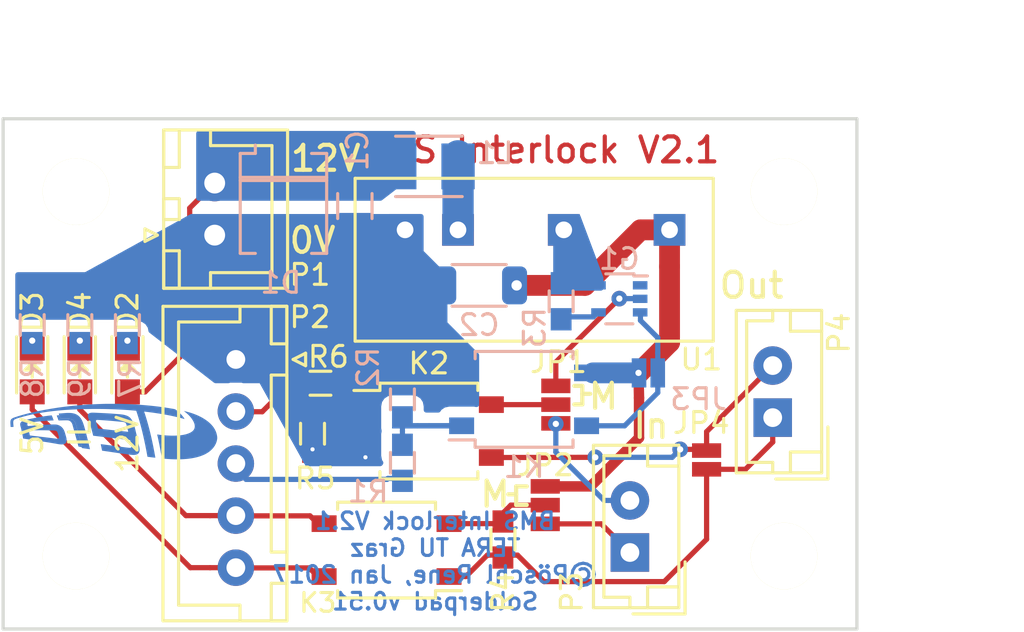
<source format=kicad_pcb>
(kicad_pcb (version 4) (host pcbnew no-vcs-found-product)

  (general
    (links 50)
    (no_connects 0)
    (area 55.424999 87.924999 96.575001 112.575001)
    (thickness 1.6)
    (drawings 25)
    (tracks 113)
    (zones 0)
    (modules 34)
    (nets 24)
  )

  (page A4)
  (title_block
    (title "BMS Interlock")
    (date 2017-01-06)
    (rev 2.1)
    (company "TERA TU Graz")
    (comment 1 "Rene Pöschl")
  )

  (layers
    (0 F.Cu signal)
    (31 B.Cu signal)
    (32 B.Adhes user)
    (33 F.Adhes user)
    (34 B.Paste user)
    (35 F.Paste user)
    (36 B.SilkS user)
    (37 F.SilkS user)
    (38 B.Mask user)
    (39 F.Mask user)
    (40 Dwgs.User user)
    (41 Cmts.User user)
    (42 Eco1.User user)
    (43 Eco2.User user)
    (44 Edge.Cuts user)
    (45 Margin user)
    (46 B.CrtYd user)
    (47 F.CrtYd user)
    (48 B.Fab user)
    (49 F.Fab user)
  )

  (setup
    (last_trace_width 0.25)
    (user_trace_width 0.25)
    (user_trace_width 0.5)
    (user_trace_width 0.75)
    (user_trace_width 1)
    (user_trace_width 1.25)
    (user_trace_width 1.5)
    (user_trace_width 1.75)
    (user_trace_width 2)
    (trace_clearance 0.2)
    (zone_clearance 0.508)
    (zone_45_only yes)
    (trace_min 0.2)
    (segment_width 0.2)
    (edge_width 0.15)
    (via_size 0.75)
    (via_drill 0.3)
    (via_min_size 0.65)
    (via_min_drill 0.2)
    (user_via 0.65 0.2)
    (user_via 0.85 0.4)
    (user_via 0.95 0.5)
    (uvia_size 0.3)
    (uvia_drill 0.1)
    (uvias_allowed no)
    (uvia_min_size 0.2)
    (uvia_min_drill 0.1)
    (pcb_text_width 0.3)
    (pcb_text_size 1.5 1.5)
    (mod_edge_width 0.15)
    (mod_text_size 1 1)
    (mod_text_width 0.15)
    (pad_size 1.524 1.524)
    (pad_drill 0.762)
    (pad_to_mask_clearance 0.075)
    (solder_mask_min_width 0.06)
    (aux_axis_origin 55.5 88)
    (grid_origin 55.5 88)
    (visible_elements FFFFEF7F)
    (pcbplotparams
      (layerselection 0x010f0_ffffffff)
      (usegerberextensions false)
      (excludeedgelayer true)
      (linewidth 0.100000)
      (plotframeref false)
      (viasonmask true)
      (mode 1)
      (useauxorigin true)
      (hpglpennumber 1)
      (hpglpenspeed 20)
      (hpglpendiameter 15)
      (psnegative false)
      (psa4output false)
      (plotreference true)
      (plotvalue true)
      (plotinvisibletext false)
      (padsonsilk false)
      (subtractmaskfromsilk true)
      (outputformat 1)
      (mirror false)
      (drillshape 0)
      (scaleselection 1)
      (outputdirectory gerber/))
  )

  (net 0 "")
  (net 1 GND)
  (net 2 "Net-(L1-Pad1)")
  (net 3 +12C)
  (net 4 GNDPWR)
  (net 5 "Net-(JP1-Pad1)")
  (net 6 "Net-(JP1-Pad2)")
  (net 7 "Net-(G1-Pad2)")
  (net 8 "Net-(JP2-Pad2)")
  (net 9 "Net-(JP2-Pad3)")
  (net 10 "Net-(G1-Pad3)")
  (net 11 "Net-(K1-Pad1)")
  (net 12 "Net-(K2-Pad1)")
  (net 13 VDD)
  (net 14 +12V)
  (net 15 "Net-(G1-Pad4)")
  (net 16 /IL_I_ON)
  (net 17 /IL_OUT_OK)
  (net 18 "Net-(D2-Pad1)")
  (net 19 "Net-(D4-Pad1)")
  (net 20 "Net-(D3-Pad1)")
  (net 21 /IL_in_OK)
  (net 22 "Net-(JP4-Pad2)")
  (net 23 "Net-(JP4-Pad1)")

  (net_class Default "This is the default net class."
    (clearance 0.2)
    (trace_width 0.25)
    (via_dia 0.75)
    (via_drill 0.3)
    (uvia_dia 0.3)
    (uvia_drill 0.1)
    (add_net +12C)
    (add_net +12V)
    (add_net /IL_I_ON)
    (add_net /IL_OUT_OK)
    (add_net /IL_in_OK)
    (add_net GND)
    (add_net GNDPWR)
    (add_net "Net-(D2-Pad1)")
    (add_net "Net-(D3-Pad1)")
    (add_net "Net-(D4-Pad1)")
    (add_net "Net-(G1-Pad2)")
    (add_net "Net-(G1-Pad3)")
    (add_net "Net-(G1-Pad4)")
    (add_net "Net-(JP1-Pad1)")
    (add_net "Net-(JP1-Pad2)")
    (add_net "Net-(JP2-Pad2)")
    (add_net "Net-(JP2-Pad3)")
    (add_net "Net-(JP4-Pad1)")
    (add_net "Net-(JP4-Pad2)")
    (add_net "Net-(K1-Pad1)")
    (add_net "Net-(K2-Pad1)")
    (add_net "Net-(L1-Pad1)")
    (add_net VDD)
  )

  (module Mounting_Holes:MountingHole_3.2mm_M3 locked (layer F.Cu) (tedit 56F2A8BB) (tstamp 56F2BD36)
    (at 93 109)
    (descr "Mounting Hole 3.2mm, no annular, M3")
    (tags "mounting hole 3.2mm no annular m3")
    (fp_text reference REF** (at 0 -4.2) (layer F.SilkS) hide
      (effects (font (size 1 1) (thickness 0.15)))
    )
    (fp_text value MountingHole_3.2mm_M3 (at 0 4.2) (layer F.SilkS) hide
      (effects (font (size 1 1) (thickness 0.15)))
    )
    (fp_circle (center 0 0) (end 3.2 0) (layer Cmts.User) (width 0.15))
    (fp_circle (center 0 0) (end 3.45 0) (layer F.CrtYd) (width 0.05))
    (pad 1 np_thru_hole circle (at 0 0) (size 3.2 3.2) (drill 3.2) (layers *.Cu *.Mask F.SilkS))
  )

  (module Mounting_Holes:MountingHole_3.2mm_M3 locked (layer F.Cu) (tedit 56F2A8BB) (tstamp 56F2BD42)
    (at 59 91.5)
    (descr "Mounting Hole 3.2mm, no annular, M3")
    (tags "mounting hole 3.2mm no annular m3")
    (fp_text reference REF** (at 0 -4.2) (layer F.SilkS) hide
      (effects (font (size 1 1) (thickness 0.15)))
    )
    (fp_text value MountingHole_3.2mm_M3 (at 0 4.2) (layer F.SilkS) hide
      (effects (font (size 1 1) (thickness 0.15)))
    )
    (fp_circle (center 0 0) (end 3.2 0) (layer Cmts.User) (width 0.15))
    (fp_circle (center 0 0) (end 3.45 0) (layer F.CrtYd) (width 0.05))
    (pad 1 np_thru_hole circle (at 0 0) (size 3.2 3.2) (drill 3.2) (layers *.Cu *.Mask F.SilkS))
  )

  (module Mounting_Holes:MountingHole_3.2mm_M3 locked (layer F.Cu) (tedit 56F2A8BB) (tstamp 56F2BD3C)
    (at 59 109)
    (descr "Mounting Hole 3.2mm, no annular, M3")
    (tags "mounting hole 3.2mm no annular m3")
    (fp_text reference REF** (at 0 -4.2) (layer F.SilkS) hide
      (effects (font (size 1 1) (thickness 0.15)))
    )
    (fp_text value MountingHole_3.2mm_M3 (at 0 4.2) (layer F.SilkS) hide
      (effects (font (size 1 1) (thickness 0.15)))
    )
    (fp_circle (center 0 0) (end 3.2 0) (layer Cmts.User) (width 0.15))
    (fp_circle (center 0 0) (end 3.45 0) (layer F.CrtYd) (width 0.05))
    (pad 1 np_thru_hole circle (at 0 0) (size 3.2 3.2) (drill 3.2) (layers *.Cu *.Mask F.SilkS))
  )

  (module Mounting_Holes:MountingHole_3.2mm_M3 locked (layer F.Cu) (tedit 56F2A8BB) (tstamp 56F2BD31)
    (at 93 91.5)
    (descr "Mounting Hole 3.2mm, no annular, M3")
    (tags "mounting hole 3.2mm no annular m3")
    (fp_text reference REF** (at 0 -4.2) (layer F.SilkS) hide
      (effects (font (size 1 1) (thickness 0.15)))
    )
    (fp_text value MountingHole_3.2mm_M3 (at 0 4.2) (layer F.SilkS) hide
      (effects (font (size 1 1) (thickness 0.15)))
    )
    (fp_circle (center 0 0) (end 3.2 0) (layer Cmts.User) (width 0.15))
    (fp_circle (center 0 0) (end 3.45 0) (layer F.CrtYd) (width 0.05))
    (pad 1 np_thru_hole circle (at 0 0) (size 3.2 3.2) (drill 3.2) (layers *.Cu *.Mask F.SilkS))
  )

  (module tera_rlc:C_1206in_HV (layer B.Cu) (tedit 57CAD4EB) (tstamp 57CAF56C)
    (at 78.36 96.001)
    (descr "Capacitor SMD 1210, reflow soldering, AVX (see smccp.pdf)")
    (tags "capacitor 1210")
    (path /56DAFAC1)
    (attr smd)
    (fp_text reference C2 (at 0 0) (layer B.Fab)
      (effects (font (size 0.6 0.6) (thickness 0.1)) (justify mirror))
    )
    (fp_text value "220pF 2kV" (at -0.127 1.524) (layer B.Fab)
      (effects (font (size 0.6 0.6) (thickness 0.1)) (justify mirror))
    )
    (fp_line (start -1.4 -0.835) (end -1.4 0.835) (layer B.Mask) (width 0.15))
    (fp_line (start 1.4 -0.835) (end -1.4 -0.835) (layer B.Mask) (width 0.15))
    (fp_line (start 1.4 0.835) (end 1.4 -0.835) (layer B.Mask) (width 0.15))
    (fp_line (start -1.4 0.835) (end 1.4 0.835) (layer B.Mask) (width 0.15))
    (fp_text user %R (at 0 1.905) (layer B.SilkS)
      (effects (font (size 1 1) (thickness 0.15)) (justify mirror))
    )
    (fp_line (start -1.4 0.15) (end 1.4 0.15) (layer B.Mask) (width 0.15))
    (fp_line (start 1.4 0.3) (end -1.4 0.3) (layer B.Mask) (width 0.15))
    (fp_line (start -1.4 0.45) (end 1.4 0.45) (layer B.Mask) (width 0.15))
    (fp_line (start 1.4 0.6) (end -1.4 0.6) (layer B.Mask) (width 0.15))
    (fp_line (start -1.4 0.75) (end 1.4 0.75) (layer B.Mask) (width 0.15))
    (fp_line (start 1.4 -0.75) (end -1.4 -0.75) (layer B.Mask) (width 0.15))
    (fp_line (start -1.4 -0.6) (end 1.4 -0.6) (layer B.Mask) (width 0.15))
    (fp_line (start 1.4 -0.45) (end -1.4 -0.45) (layer B.Mask) (width 0.15))
    (fp_line (start -1.4 -0.3) (end 1.4 -0.3) (layer B.Mask) (width 0.15))
    (fp_line (start 1.4 -0.15) (end -1.4 -0.15) (layer B.Mask) (width 0.15))
    (fp_line (start -1.4 0) (end 1.4 0) (layer B.Mask) (width 0.15))
    (fp_line (start -1.71 -0.91) (end -1.71 0.91) (layer B.Fab) (width 0.05))
    (fp_line (start 1.71 -0.91) (end -1.71 -0.91) (layer B.Fab) (width 0.05))
    (fp_line (start 1.71 0.91) (end 1.71 -0.91) (layer B.Fab) (width 0.05))
    (fp_line (start -1.71 0.91) (end 1.71 0.91) (layer B.Fab) (width 0.05))
    (fp_line (start -2.5 1.25) (end 2.5 1.25) (layer B.CrtYd) (width 0.05))
    (fp_line (start -2.5 -1.25) (end 2.5 -1.25) (layer B.CrtYd) (width 0.05))
    (fp_line (start -2.5 1.25) (end -2.5 -1.25) (layer B.CrtYd) (width 0.05))
    (fp_line (start 2.5 1.25) (end 2.5 -1.25) (layer B.CrtYd) (width 0.05))
    (fp_line (start 1.3 1) (end -1.3 1) (layer B.SilkS) (width 0.15))
    (fp_line (start -1.3 -1) (end 1.3 -1) (layer B.SilkS) (width 0.15))
    (pad 1 smd roundrect (at -1.7 0) (size 1.2 1.82) (layers B.Cu B.Paste B.Mask)(roundrect_rratio 0.25)
      (net 1 GND))
    (pad 2 smd roundrect (at 1.7 0) (size 1.2 1.82) (layers B.Cu B.Paste B.Mask)(roundrect_rratio 0.25)
      (net 4 GNDPWR))
    (model tera_rlc.3dshapes/C_1206in_HV.wrl
      (at (xyz 0 0 0))
      (scale (xyz 1 1 1))
      (rotate (xyz 0 0 0))
    )
  )

  (module tera_rlc:L_muarta_LQH32PN (layer B.Cu) (tedit 57CAF677) (tstamp 57CB0017)
    (at 75.947 90.286 180)
    (path /56DAF335)
    (fp_text reference L1 (at 0 0.835 180) (layer B.Fab)
      (effects (font (size 0.6 0.6) (thickness 0.1)) (justify mirror))
    )
    (fp_text value "4.7uH 1.2A" (at -4.953 -0.635 180) (layer B.Fab)
      (effects (font (size 0.6 0.6) (thickness 0.1)) (justify mirror))
    )
    (fp_text user %R (at -3.175 0.635 180) (layer B.SilkS)
      (effects (font (size 1 1) (thickness 0.15)) (justify mirror))
    )
    (fp_line (start -2.25 -1.75) (end -2.25 1.75) (layer B.CrtYd) (width 0.05))
    (fp_line (start 2.24 -1.75) (end -2.25 -1.75) (layer B.CrtYd) (width 0.05))
    (fp_line (start 2.25 1.75) (end 2.25 -1.75) (layer B.CrtYd) (width 0.05))
    (fp_line (start -2.25 1.75) (end 2.25 1.75) (layer B.CrtYd) (width 0.05))
    (fp_line (start -1.6 -1.35) (end -1.6 1.35) (layer B.Fab) (width 0.05))
    (fp_line (start 1.6 -1.35) (end -1.6 -1.35) (layer B.Fab) (width 0.05))
    (fp_line (start 1.6 1.35) (end 1.6 -1.35) (layer B.Fab) (width 0.05))
    (fp_line (start -1.6 1.35) (end 1.6 1.35) (layer B.Fab) (width 0.05))
    (fp_line (start 1.6 -1.45) (end -1.6 -1.45) (layer B.SilkS) (width 0.15))
    (fp_line (start -1.6 1.45) (end 1.6 1.45) (layer B.SilkS) (width 0.15))
    (pad 1 smd rect (at -1.4 0 180) (size 1.6 2.2) (layers B.Cu B.Paste B.Mask)
      (net 2 "Net-(L1-Pad1)"))
    (pad 2 smd rect (at 1.4 0 180) (size 1.6 2.2) (layers B.Cu B.Paste B.Mask)
      (net 14 +12V))
    (model ${KISYS3DMOD}/tera_rlc.3dshapes/L_muarta_LQH32PN.wrl
      (at (xyz 0 0 0))
      (scale (xyz 1 1 1))
      (rotate (xyz 0 0 0))
    )
  )

  (module tera_general:SO-4 (layer B.Cu) (tedit 57F65863) (tstamp 56E95C70)
    (at 80.518 101.473 90)
    (path /56E996D2)
    (fp_text reference K1 (at 0 0) (layer B.Fab)
      (effects (font (size 1 1) (thickness 0.15)) (justify mirror))
    )
    (fp_text value ASSR-1218 (at 1.5 0 180) (layer B.Fab)
      (effects (font (size 0.5 0.5) (thickness 0.08)) (justify mirror))
    )
    (fp_text user %R (at -3.25 0) (layer B.SilkS)
      (effects (font (size 1 1) (thickness 0.15)) (justify mirror))
    )
    (fp_line (start 2.3 2.35) (end 1.95 2.35) (layer B.SilkS) (width 0.15))
    (fp_line (start 2.3 -2.35) (end 2.3 2.35) (layer B.SilkS) (width 0.15))
    (fp_line (start 1.95 -2.35) (end 2.3 -2.35) (layer B.SilkS) (width 0.15))
    (fp_line (start -1.95 -2.35) (end -1.95 -3.6) (layer B.SilkS) (width 0.15))
    (fp_line (start -2.3 2.35) (end -1.95 2.35) (layer B.SilkS) (width 0.15))
    (fp_line (start -2.3 -2.35) (end -2.3 2.35) (layer B.SilkS) (width 0.15))
    (fp_line (start -1.95 -2.35) (end -2.3 -2.35) (layer B.SilkS) (width 0.15))
    (fp_line (start -2.5 -3.75) (end -2.5 3.75) (layer B.CrtYd) (width 0.05))
    (fp_line (start 2.5 -3.75) (end -2.5 -3.75) (layer B.CrtYd) (width 0.05))
    (fp_line (start 2.5 3.75) (end 2.5 -3.75) (layer B.CrtYd) (width 0.05))
    (fp_line (start -2.5 3.75) (end 2.5 3.75) (layer B.CrtYd) (width 0.05))
    (fp_circle (center -1.4224 -1.6256) (end -1.4224 -1.9812) (layer B.Fab) (width 0.05))
    (fp_line (start -2.2 -2.25) (end -2.2 2.25) (layer B.Fab) (width 0.05))
    (fp_line (start 2.2 -2.25) (end -2.2 -2.25) (layer B.Fab) (width 0.05))
    (fp_line (start 2.2 2.25) (end 2.2 -2.25) (layer B.Fab) (width 0.05))
    (fp_line (start -2.2 2.25) (end 2.2 2.25) (layer B.Fab) (width 0.05))
    (pad 4 smd rect (at -1.27 3 90) (size 0.8 1.2) (layers B.Cu B.Paste B.Mask)
      (net 10 "Net-(G1-Pad3)"))
    (pad 1 smd rect (at -1.27 -3 90) (size 0.8 1.2) (layers B.Cu B.Paste B.Mask)
      (net 11 "Net-(K1-Pad1)"))
    (pad 2 smd rect (at 1.27 -3 90) (size 0.8 1.2) (layers B.Cu B.Paste B.Mask)
      (net 1 GND))
    (pad 3 smd rect (at 1.27 3 90) (size 0.8 1.2) (layers B.Cu B.Paste B.Mask)
      (net 4 GNDPWR))
    (model tera.3dshapes/SO-4.x3d
      (at (xyz 0 0 0))
      (scale (xyz 1 1 1))
      (rotate (xyz 0 0 0))
    )
  )

  (module tera_general:SO-4 (layer F.Cu) (tedit 57F65717) (tstamp 56E95C86)
    (at 75.946 102.997 270)
    (path /56E997E4)
    (fp_text reference K2 (at 0 0) (layer F.Fab)
      (effects (font (size 1 1) (thickness 0.15)))
    )
    (fp_text value ASSR-1218 (at 1.5 0) (layer F.Fab)
      (effects (font (size 0.5 0.5) (thickness 0.08)))
    )
    (fp_text user %R (at -3.25 0) (layer F.SilkS)
      (effects (font (size 1 1) (thickness 0.15)))
    )
    (fp_line (start 2.3 -2.35) (end 1.95 -2.35) (layer F.SilkS) (width 0.15))
    (fp_line (start 2.3 2.35) (end 2.3 -2.35) (layer F.SilkS) (width 0.15))
    (fp_line (start 1.95 2.35) (end 2.3 2.35) (layer F.SilkS) (width 0.15))
    (fp_line (start -1.95 2.35) (end -1.95 3.6) (layer F.SilkS) (width 0.15))
    (fp_line (start -2.3 -2.35) (end -1.95 -2.35) (layer F.SilkS) (width 0.15))
    (fp_line (start -2.3 2.35) (end -2.3 -2.35) (layer F.SilkS) (width 0.15))
    (fp_line (start -1.95 2.35) (end -2.3 2.35) (layer F.SilkS) (width 0.15))
    (fp_line (start -2.5 3.75) (end -2.5 -3.75) (layer F.CrtYd) (width 0.05))
    (fp_line (start 2.5 3.75) (end -2.5 3.75) (layer F.CrtYd) (width 0.05))
    (fp_line (start 2.5 -3.75) (end 2.5 3.75) (layer F.CrtYd) (width 0.05))
    (fp_line (start -2.5 -3.75) (end 2.5 -3.75) (layer F.CrtYd) (width 0.05))
    (fp_circle (center -1.4224 1.6256) (end -1.4224 1.9812) (layer F.Fab) (width 0.05))
    (fp_line (start -2.2 2.25) (end -2.2 -2.25) (layer F.Fab) (width 0.05))
    (fp_line (start 2.2 2.25) (end -2.2 2.25) (layer F.Fab) (width 0.05))
    (fp_line (start 2.2 -2.25) (end 2.2 2.25) (layer F.Fab) (width 0.05))
    (fp_line (start -2.2 -2.25) (end 2.2 -2.25) (layer F.Fab) (width 0.05))
    (pad 4 smd rect (at -1.27 -3 270) (size 0.8 1.2) (layers F.Cu F.Paste F.Mask)
      (net 6 "Net-(JP1-Pad2)"))
    (pad 1 smd rect (at -1.27 3 270) (size 0.8 1.2) (layers F.Cu F.Paste F.Mask)
      (net 12 "Net-(K2-Pad1)"))
    (pad 2 smd rect (at 1.27 3 270) (size 0.8 1.2) (layers F.Cu F.Paste F.Mask)
      (net 1 GND))
    (pad 3 smd rect (at 1.27 -3 270) (size 0.8 1.2) (layers F.Cu F.Paste F.Mask)
      (net 23 "Net-(JP4-Pad1)"))
    (model tera.3dshapes/SO-4.x3d
      (at (xyz 0 0 0))
      (scale (xyz 1 1 1))
      (rotate (xyz 0 0 0))
    )
  )

  (module tera_general:SO-4 (layer F.Cu) (tedit 57F65C64) (tstamp 56E95C9C)
    (at 73.914 108.712 90)
    (path /56E9973E)
    (fp_text reference K3 (at 0 0 180) (layer F.Fab)
      (effects (font (size 1 1) (thickness 0.15)))
    )
    (fp_text value ASSR-1218 (at 1.5 0 180) (layer F.Fab)
      (effects (font (size 0.5 0.5) (thickness 0.08)))
    )
    (fp_text user %R (at -2.529 -3.301 180) (layer F.SilkS)
      (effects (font (size 0.9 0.9) (thickness 0.15)))
    )
    (fp_line (start 2.3 -2.35) (end 1.95 -2.35) (layer F.SilkS) (width 0.15))
    (fp_line (start 2.3 2.35) (end 2.3 -2.35) (layer F.SilkS) (width 0.15))
    (fp_line (start 1.95 2.35) (end 2.3 2.35) (layer F.SilkS) (width 0.15))
    (fp_line (start -1.95 2.35) (end -1.95 3.6) (layer F.SilkS) (width 0.15))
    (fp_line (start -2.3 -2.35) (end -1.95 -2.35) (layer F.SilkS) (width 0.15))
    (fp_line (start -2.3 2.35) (end -2.3 -2.35) (layer F.SilkS) (width 0.15))
    (fp_line (start -1.95 2.35) (end -2.3 2.35) (layer F.SilkS) (width 0.15))
    (fp_line (start -2.5 3.75) (end -2.5 -3.75) (layer F.CrtYd) (width 0.05))
    (fp_line (start 2.5 3.75) (end -2.5 3.75) (layer F.CrtYd) (width 0.05))
    (fp_line (start 2.5 -3.75) (end 2.5 3.75) (layer F.CrtYd) (width 0.05))
    (fp_line (start -2.5 -3.75) (end 2.5 -3.75) (layer F.CrtYd) (width 0.05))
    (fp_circle (center -1.4224 1.6256) (end -1.4224 1.9812) (layer F.Fab) (width 0.05))
    (fp_line (start -2.2 2.25) (end -2.2 -2.25) (layer F.Fab) (width 0.05))
    (fp_line (start 2.2 2.25) (end -2.2 2.25) (layer F.Fab) (width 0.05))
    (fp_line (start 2.2 -2.25) (end 2.2 2.25) (layer F.Fab) (width 0.05))
    (fp_line (start -2.2 -2.25) (end 2.2 -2.25) (layer F.Fab) (width 0.05))
    (pad 4 smd rect (at -1.27 -3 90) (size 0.8 1.2) (layers F.Cu F.Paste F.Mask)
      (net 13 VDD))
    (pad 1 smd rect (at -1.27 3 90) (size 0.8 1.2) (layers F.Cu F.Paste F.Mask)
      (net 22 "Net-(JP4-Pad2)"))
    (pad 2 smd rect (at 1.27 3 90) (size 0.8 1.2) (layers F.Cu F.Paste F.Mask)
      (net 8 "Net-(JP2-Pad2)"))
    (pad 3 smd rect (at 1.27 -3 90) (size 0.8 1.2) (layers F.Cu F.Paste F.Mask)
      (net 21 /IL_in_OK))
    (model tera.3dshapes/SO-4.x3d
      (at (xyz 0 0 0))
      (scale (xyz 1 1 1))
      (rotate (xyz 0 0 0))
    )
  )

  (module tera_rlc:R_0603in (layer B.Cu) (tedit 57D01065) (tstamp 57F65E4F)
    (at 59.183 97.906 270)
    (descr "Resistor SMD 0603")
    (tags "resistor 0603")
    (path /56EADC86)
    (attr smd)
    (fp_text reference R9 (at 0 0 270) (layer B.Fab)
      (effects (font (size 0.6 0.6) (thickness 0.1)) (justify mirror))
    )
    (fp_text value 5k1 (at 0 -1.016 270) (layer B.Fab)
      (effects (font (size 0.6 0.6) (thickness 0.1)) (justify mirror))
    )
    (fp_text user %R (at 2.54 0 270) (layer B.SilkS)
      (effects (font (size 1 1) (thickness 0.15)) (justify mirror))
    )
    (fp_line (start -0.85 -0.475) (end -0.85 0.475) (layer B.Fab) (width 0.05))
    (fp_line (start 0.85 -0.475) (end -0.85 -0.475) (layer B.Fab) (width 0.05))
    (fp_line (start 0.85 0.475) (end 0.85 -0.475) (layer B.Fab) (width 0.05))
    (fp_line (start -0.85 0.475) (end 0.85 0.475) (layer B.Fab) (width 0.05))
    (fp_line (start -1.5 1) (end 1.5 1) (layer B.CrtYd) (width 0.05))
    (fp_line (start -1.5 -1) (end 1.5 -1) (layer B.CrtYd) (width 0.05))
    (fp_line (start -1.5 1) (end -1.5 -1) (layer B.CrtYd) (width 0.05))
    (fp_line (start 1.5 1) (end 1.5 -1) (layer B.CrtYd) (width 0.05))
    (fp_line (start 0.5 -0.575) (end -0.5 -0.575) (layer B.SilkS) (width 0.15))
    (fp_line (start -0.5 0.575) (end 0.5 0.575) (layer B.SilkS) (width 0.15))
    (pad 1 smd rect (at -0.865 0 270) (size 1.07 1) (layers B.Cu B.Paste B.Mask)
      (net 1 GND))
    (pad 2 smd rect (at 0.865 0 270) (size 1.07 1) (layers B.Cu B.Paste B.Mask)
      (net 19 "Net-(D4-Pad1)"))
    (model tera_rlc.3dshapes/R_0603in.wrl
      (at (xyz 0 0 0))
      (scale (xyz 1 1 1))
      (rotate (xyz 0 0 0))
    )
  )

  (module tera_rlc:R_0603in (layer B.Cu) (tedit 57D01065) (tstamp 57F65E5E)
    (at 56.897 97.906 270)
    (descr "Resistor SMD 0603")
    (tags "resistor 0603")
    (path /56EAD52F)
    (attr smd)
    (fp_text reference R8 (at 0 0 270) (layer B.Fab)
      (effects (font (size 0.6 0.6) (thickness 0.1)) (justify mirror))
    )
    (fp_text value 5k1 (at 0 -1.016 270) (layer B.Fab)
      (effects (font (size 0.6 0.6) (thickness 0.1)) (justify mirror))
    )
    (fp_text user %R (at 2.54 0 270) (layer B.SilkS)
      (effects (font (size 1 1) (thickness 0.15)) (justify mirror))
    )
    (fp_line (start -0.85 -0.475) (end -0.85 0.475) (layer B.Fab) (width 0.05))
    (fp_line (start 0.85 -0.475) (end -0.85 -0.475) (layer B.Fab) (width 0.05))
    (fp_line (start 0.85 0.475) (end 0.85 -0.475) (layer B.Fab) (width 0.05))
    (fp_line (start -0.85 0.475) (end 0.85 0.475) (layer B.Fab) (width 0.05))
    (fp_line (start -1.5 1) (end 1.5 1) (layer B.CrtYd) (width 0.05))
    (fp_line (start -1.5 -1) (end 1.5 -1) (layer B.CrtYd) (width 0.05))
    (fp_line (start -1.5 1) (end -1.5 -1) (layer B.CrtYd) (width 0.05))
    (fp_line (start 1.5 1) (end 1.5 -1) (layer B.CrtYd) (width 0.05))
    (fp_line (start 0.5 -0.575) (end -0.5 -0.575) (layer B.SilkS) (width 0.15))
    (fp_line (start -0.5 0.575) (end 0.5 0.575) (layer B.SilkS) (width 0.15))
    (pad 1 smd rect (at -0.865 0 270) (size 1.07 1) (layers B.Cu B.Paste B.Mask)
      (net 1 GND))
    (pad 2 smd rect (at 0.865 0 270) (size 1.07 1) (layers B.Cu B.Paste B.Mask)
      (net 20 "Net-(D3-Pad1)"))
    (model tera_rlc.3dshapes/R_0603in.wrl
      (at (xyz 0 0 0))
      (scale (xyz 1 1 1))
      (rotate (xyz 0 0 0))
    )
  )

  (module tera_rlc:R_0603in (layer B.Cu) (tedit 57D01065) (tstamp 57F65E6D)
    (at 61.469 97.906 270)
    (descr "Resistor SMD 0603")
    (tags "resistor 0603")
    (path /56EAC752)
    (attr smd)
    (fp_text reference R7 (at 0 0 270) (layer B.Fab)
      (effects (font (size 0.6 0.6) (thickness 0.1)) (justify mirror))
    )
    (fp_text value 12k (at 0 -1.016 270) (layer B.Fab)
      (effects (font (size 0.6 0.6) (thickness 0.1)) (justify mirror))
    )
    (fp_text user %R (at 2.54 -0.127 270) (layer B.SilkS)
      (effects (font (size 1 1) (thickness 0.15)) (justify mirror))
    )
    (fp_line (start -0.85 -0.475) (end -0.85 0.475) (layer B.Fab) (width 0.05))
    (fp_line (start 0.85 -0.475) (end -0.85 -0.475) (layer B.Fab) (width 0.05))
    (fp_line (start 0.85 0.475) (end 0.85 -0.475) (layer B.Fab) (width 0.05))
    (fp_line (start -0.85 0.475) (end 0.85 0.475) (layer B.Fab) (width 0.05))
    (fp_line (start -1.5 1) (end 1.5 1) (layer B.CrtYd) (width 0.05))
    (fp_line (start -1.5 -1) (end 1.5 -1) (layer B.CrtYd) (width 0.05))
    (fp_line (start -1.5 1) (end -1.5 -1) (layer B.CrtYd) (width 0.05))
    (fp_line (start 1.5 1) (end 1.5 -1) (layer B.CrtYd) (width 0.05))
    (fp_line (start 0.5 -0.575) (end -0.5 -0.575) (layer B.SilkS) (width 0.15))
    (fp_line (start -0.5 0.575) (end 0.5 0.575) (layer B.SilkS) (width 0.15))
    (pad 1 smd rect (at -0.865 0 270) (size 1.07 1) (layers B.Cu B.Paste B.Mask)
      (net 1 GND))
    (pad 2 smd rect (at 0.865 0 270) (size 1.07 1) (layers B.Cu B.Paste B.Mask)
      (net 18 "Net-(D2-Pad1)"))
    (model tera_rlc.3dshapes/R_0603in.wrl
      (at (xyz 0 0 0))
      (scale (xyz 1 1 1))
      (rotate (xyz 0 0 0))
    )
  )

  (module tera_rlc:R_0603in (layer F.Cu) (tedit 57D01065) (tstamp 57F65E7C)
    (at 70.74 100.7)
    (descr "Resistor SMD 0603")
    (tags "resistor 0603")
    (path /56DB4BE9)
    (attr smd)
    (fp_text reference R6 (at 0 0) (layer F.Fab)
      (effects (font (size 0.6 0.6) (thickness 0.1)))
    )
    (fp_text value 470 (at 0.381 -0.889) (layer F.Fab)
      (effects (font (size 0.6 0.6) (thickness 0.1)))
    )
    (fp_text user %R (at 0.381 -1.27) (layer F.SilkS)
      (effects (font (size 1 1) (thickness 0.15)))
    )
    (fp_line (start -0.85 0.475) (end -0.85 -0.475) (layer F.Fab) (width 0.05))
    (fp_line (start 0.85 0.475) (end -0.85 0.475) (layer F.Fab) (width 0.05))
    (fp_line (start 0.85 -0.475) (end 0.85 0.475) (layer F.Fab) (width 0.05))
    (fp_line (start -0.85 -0.475) (end 0.85 -0.475) (layer F.Fab) (width 0.05))
    (fp_line (start -1.5 -1) (end 1.5 -1) (layer F.CrtYd) (width 0.05))
    (fp_line (start -1.5 1) (end 1.5 1) (layer F.CrtYd) (width 0.05))
    (fp_line (start -1.5 -1) (end -1.5 1) (layer F.CrtYd) (width 0.05))
    (fp_line (start 1.5 -1) (end 1.5 1) (layer F.CrtYd) (width 0.05))
    (fp_line (start 0.5 0.575) (end -0.5 0.575) (layer F.SilkS) (width 0.15))
    (fp_line (start -0.5 -0.575) (end 0.5 -0.575) (layer F.SilkS) (width 0.15))
    (pad 1 smd rect (at -0.865 0) (size 1.07 1) (layers F.Cu F.Paste F.Mask)
      (net 17 /IL_OUT_OK))
    (pad 2 smd rect (at 0.865 0) (size 1.07 1) (layers F.Cu F.Paste F.Mask)
      (net 12 "Net-(K2-Pad1)"))
    (model tera_rlc.3dshapes/R_0603in.wrl
      (at (xyz 0 0 0))
      (scale (xyz 1 1 1))
      (rotate (xyz 0 0 0))
    )
  )

  (module tera_rlc:R_0603in (layer F.Cu) (tedit 57D01065) (tstamp 57F65E8B)
    (at 70.358 103.124 270)
    (descr "Resistor SMD 0603")
    (tags "resistor 0603")
    (path /56DB5312)
    (attr smd)
    (fp_text reference R5 (at 0 0 270) (layer F.Fab)
      (effects (font (size 0.6 0.6) (thickness 0.1)))
    )
    (fp_text value 1K (at -0.011 -1.017 270) (layer F.Fab)
      (effects (font (size 0.6 0.6) (thickness 0.1)))
    )
    (fp_text user %R (at 2.148 -0.128) (layer F.SilkS)
      (effects (font (size 1 1) (thickness 0.15)))
    )
    (fp_line (start -0.85 0.475) (end -0.85 -0.475) (layer F.Fab) (width 0.05))
    (fp_line (start 0.85 0.475) (end -0.85 0.475) (layer F.Fab) (width 0.05))
    (fp_line (start 0.85 -0.475) (end 0.85 0.475) (layer F.Fab) (width 0.05))
    (fp_line (start -0.85 -0.475) (end 0.85 -0.475) (layer F.Fab) (width 0.05))
    (fp_line (start -1.5 -1) (end 1.5 -1) (layer F.CrtYd) (width 0.05))
    (fp_line (start -1.5 1) (end 1.5 1) (layer F.CrtYd) (width 0.05))
    (fp_line (start -1.5 -1) (end -1.5 1) (layer F.CrtYd) (width 0.05))
    (fp_line (start 1.5 -1) (end 1.5 1) (layer F.CrtYd) (width 0.05))
    (fp_line (start 0.5 0.575) (end -0.5 0.575) (layer F.SilkS) (width 0.15))
    (fp_line (start -0.5 -0.575) (end 0.5 -0.575) (layer F.SilkS) (width 0.15))
    (pad 1 smd rect (at -0.865 0 270) (size 1.07 1) (layers F.Cu F.Paste F.Mask)
      (net 12 "Net-(K2-Pad1)"))
    (pad 2 smd rect (at 0.865 0 270) (size 1.07 1) (layers F.Cu F.Paste F.Mask)
      (net 1 GND))
    (model tera_rlc.3dshapes/R_0603in.wrl
      (at (xyz 0 0 0))
      (scale (xyz 1 1 1))
      (rotate (xyz 0 0 0))
    )
  )

  (module tera_rlc:R_0603in (layer F.Cu) (tedit 57D01065) (tstamp 57F65E9A)
    (at 79.502 108.204 90)
    (descr "Resistor SMD 0603")
    (tags "resistor 0603")
    (path /56DB645B)
    (attr smd)
    (fp_text reference R4 (at 0 0 90) (layer F.Fab)
      (effects (font (size 0.6 0.6) (thickness 0.1)))
    )
    (fp_text value 1K (at -0.116 -1.015 90) (layer F.Fab)
      (effects (font (size 0.6 0.6) (thickness 0.1)))
    )
    (fp_text user %R (at -2.529 0.001 90) (layer F.SilkS)
      (effects (font (size 1 1) (thickness 0.15)))
    )
    (fp_line (start -0.85 0.475) (end -0.85 -0.475) (layer F.Fab) (width 0.05))
    (fp_line (start 0.85 0.475) (end -0.85 0.475) (layer F.Fab) (width 0.05))
    (fp_line (start 0.85 -0.475) (end 0.85 0.475) (layer F.Fab) (width 0.05))
    (fp_line (start -0.85 -0.475) (end 0.85 -0.475) (layer F.Fab) (width 0.05))
    (fp_line (start -1.5 -1) (end 1.5 -1) (layer F.CrtYd) (width 0.05))
    (fp_line (start -1.5 1) (end 1.5 1) (layer F.CrtYd) (width 0.05))
    (fp_line (start -1.5 -1) (end -1.5 1) (layer F.CrtYd) (width 0.05))
    (fp_line (start 1.5 -1) (end 1.5 1) (layer F.CrtYd) (width 0.05))
    (fp_line (start 0.5 0.575) (end -0.5 0.575) (layer F.SilkS) (width 0.15))
    (fp_line (start -0.5 -0.575) (end 0.5 -0.575) (layer F.SilkS) (width 0.15))
    (pad 1 smd rect (at -0.865 0 90) (size 1.07 1) (layers F.Cu F.Paste F.Mask)
      (net 22 "Net-(JP4-Pad2)"))
    (pad 2 smd rect (at 0.865 0 90) (size 1.07 1) (layers F.Cu F.Paste F.Mask)
      (net 8 "Net-(JP2-Pad2)"))
    (model tera_rlc.3dshapes/R_0603in.wrl
      (at (xyz 0 0 0))
      (scale (xyz 1 1 1))
      (rotate (xyz 0 0 0))
    )
  )

  (module tera_rlc:R_0603in (layer B.Cu) (tedit 57D01065) (tstamp 57F65EA9)
    (at 82.297 96.763 270)
    (descr "Resistor SMD 0603")
    (tags "resistor 0603")
    (path /56DB441E)
    (attr smd)
    (fp_text reference R3 (at 0 0 270) (layer B.Fab)
      (effects (font (size 0.6 0.6) (thickness 0.1)) (justify mirror))
    )
    (fp_text value 120R (at -1.778 -0.254) (layer B.Fab)
      (effects (font (size 0.6 0.6) (thickness 0.1)) (justify mirror))
    )
    (fp_text user %R (at 1.27 1.27 270) (layer B.SilkS)
      (effects (font (size 1 1) (thickness 0.15)) (justify mirror))
    )
    (fp_line (start -0.85 -0.475) (end -0.85 0.475) (layer B.Fab) (width 0.05))
    (fp_line (start 0.85 -0.475) (end -0.85 -0.475) (layer B.Fab) (width 0.05))
    (fp_line (start 0.85 0.475) (end 0.85 -0.475) (layer B.Fab) (width 0.05))
    (fp_line (start -0.85 0.475) (end 0.85 0.475) (layer B.Fab) (width 0.05))
    (fp_line (start -1.5 1) (end 1.5 1) (layer B.CrtYd) (width 0.05))
    (fp_line (start -1.5 -1) (end 1.5 -1) (layer B.CrtYd) (width 0.05))
    (fp_line (start -1.5 1) (end -1.5 -1) (layer B.CrtYd) (width 0.05))
    (fp_line (start 1.5 1) (end 1.5 -1) (layer B.CrtYd) (width 0.05))
    (fp_line (start 0.5 -0.575) (end -0.5 -0.575) (layer B.SilkS) (width 0.15))
    (fp_line (start -0.5 0.575) (end 0.5 0.575) (layer B.SilkS) (width 0.15))
    (pad 1 smd rect (at -0.865 0 270) (size 1.07 1) (layers B.Cu B.Paste B.Mask)
      (net 3 +12C))
    (pad 2 smd rect (at 0.865 0 270) (size 1.07 1) (layers B.Cu B.Paste B.Mask)
      (net 15 "Net-(G1-Pad4)"))
    (model tera_rlc.3dshapes/R_0603in.wrl
      (at (xyz 0 0 0))
      (scale (xyz 1 1 1))
      (rotate (xyz 0 0 0))
    )
  )

  (module tera_rlc:R_0603in (layer B.Cu) (tedit 57D01065) (tstamp 57F65EB8)
    (at 74.676 101.473 90)
    (descr "Resistor SMD 0603")
    (tags "resistor 0603")
    (path /56DB6990)
    (attr smd)
    (fp_text reference R2 (at 0 0 90) (layer B.Fab)
      (effects (font (size 0.6 0.6) (thickness 0.1)) (justify mirror))
    )
    (fp_text value 1K (at 0.011 -1.015 90) (layer B.Fab)
      (effects (font (size 0.6 0.6) (thickness 0.1)) (justify mirror))
    )
    (fp_text user %R (at 1.535 -1.65 90) (layer B.SilkS)
      (effects (font (size 1 1) (thickness 0.15)) (justify mirror))
    )
    (fp_line (start -0.85 -0.475) (end -0.85 0.475) (layer B.Fab) (width 0.05))
    (fp_line (start 0.85 -0.475) (end -0.85 -0.475) (layer B.Fab) (width 0.05))
    (fp_line (start 0.85 0.475) (end 0.85 -0.475) (layer B.Fab) (width 0.05))
    (fp_line (start -0.85 0.475) (end 0.85 0.475) (layer B.Fab) (width 0.05))
    (fp_line (start -1.5 1) (end 1.5 1) (layer B.CrtYd) (width 0.05))
    (fp_line (start -1.5 -1) (end 1.5 -1) (layer B.CrtYd) (width 0.05))
    (fp_line (start -1.5 1) (end -1.5 -1) (layer B.CrtYd) (width 0.05))
    (fp_line (start 1.5 1) (end 1.5 -1) (layer B.CrtYd) (width 0.05))
    (fp_line (start 0.5 -0.575) (end -0.5 -0.575) (layer B.SilkS) (width 0.15))
    (fp_line (start -0.5 0.575) (end 0.5 0.575) (layer B.SilkS) (width 0.15))
    (pad 1 smd rect (at -0.865 0 90) (size 1.07 1) (layers B.Cu B.Paste B.Mask)
      (net 11 "Net-(K1-Pad1)"))
    (pad 2 smd rect (at 0.865 0 90) (size 1.07 1) (layers B.Cu B.Paste B.Mask)
      (net 1 GND))
    (model tera_rlc.3dshapes/R_0603in.wrl
      (at (xyz 0 0 0))
      (scale (xyz 1 1 1))
      (rotate (xyz 0 0 0))
    )
  )

  (module tera_rlc:R_0603in (layer B.Cu) (tedit 57D01065) (tstamp 57F65EC7)
    (at 74.676 104.521 270)
    (descr "Resistor SMD 0603")
    (tags "resistor 0603")
    (path /56DB6A22)
    (attr smd)
    (fp_text reference R1 (at 0 0 270) (layer B.Fab)
      (effects (font (size 0.6 0.6) (thickness 0.1)) (justify mirror))
    )
    (fp_text value 470 (at 0 -1.144 270) (layer B.Fab)
      (effects (font (size 0.6 0.6) (thickness 0.1)) (justify mirror))
    )
    (fp_text user %R (at 1.386 1.65) (layer B.SilkS)
      (effects (font (size 1 1) (thickness 0.15)) (justify mirror))
    )
    (fp_line (start -0.85 -0.475) (end -0.85 0.475) (layer B.Fab) (width 0.05))
    (fp_line (start 0.85 -0.475) (end -0.85 -0.475) (layer B.Fab) (width 0.05))
    (fp_line (start 0.85 0.475) (end 0.85 -0.475) (layer B.Fab) (width 0.05))
    (fp_line (start -0.85 0.475) (end 0.85 0.475) (layer B.Fab) (width 0.05))
    (fp_line (start -1.5 1) (end 1.5 1) (layer B.CrtYd) (width 0.05))
    (fp_line (start -1.5 -1) (end 1.5 -1) (layer B.CrtYd) (width 0.05))
    (fp_line (start -1.5 1) (end -1.5 -1) (layer B.CrtYd) (width 0.05))
    (fp_line (start 1.5 1) (end 1.5 -1) (layer B.CrtYd) (width 0.05))
    (fp_line (start 0.5 -0.575) (end -0.5 -0.575) (layer B.SilkS) (width 0.15))
    (fp_line (start -0.5 0.575) (end 0.5 0.575) (layer B.SilkS) (width 0.15))
    (pad 1 smd rect (at -0.865 0 270) (size 1.07 1) (layers B.Cu B.Paste B.Mask)
      (net 11 "Net-(K1-Pad1)"))
    (pad 2 smd rect (at 0.865 0 270) (size 1.07 1) (layers B.Cu B.Paste B.Mask)
      (net 16 /IL_I_ON))
    (model tera_rlc.3dshapes/R_0603in.wrl
      (at (xyz 0 0 0))
      (scale (xyz 1 1 1))
      (rotate (xyz 0 0 0))
    )
  )

  (module tera_rlc:C_0805in (layer B.Cu) (tedit 57D00F80) (tstamp 57F65F34)
    (at 72.391 92.191 270)
    (descr "Capacitor SMD 0805")
    (tags "capacitor 0805")
    (path /56DAF1FE)
    (attr smd)
    (fp_text reference C1 (at 0 0 270) (layer B.Fab)
      (effects (font (size 0.6 0.6) (thickness 0.1)) (justify mirror))
    )
    (fp_text value "4.7uF 25V" (at 3.429 0 270) (layer B.Fab)
      (effects (font (size 0.6 0.6) (thickness 0.1)) (justify mirror))
    )
    (fp_text user %R (at -2.667 -0.127 270) (layer B.SilkS)
      (effects (font (size 1 1) (thickness 0.15)) (justify mirror))
    )
    (fp_line (start -1.1 -0.725) (end -1.1 0.725) (layer B.Fab) (width 0.05))
    (fp_line (start 1.1 -0.725) (end -1.1 -0.725) (layer B.Fab) (width 0.05))
    (fp_line (start 1.1 0.725) (end 1.1 -0.725) (layer B.Fab) (width 0.05))
    (fp_line (start -1.1 0.725) (end 1.1 0.725) (layer B.Fab) (width 0.05))
    (fp_line (start -2 1) (end 2 1) (layer B.CrtYd) (width 0.05))
    (fp_line (start -2 -1) (end 2 -1) (layer B.CrtYd) (width 0.05))
    (fp_line (start -2 1) (end -2 -1) (layer B.CrtYd) (width 0.05))
    (fp_line (start 2 1) (end 2 -1) (layer B.CrtYd) (width 0.05))
    (fp_line (start 0.6 -0.825) (end -0.6 -0.825) (layer B.SilkS) (width 0.15))
    (fp_line (start -0.6 0.825) (end 0.6 0.825) (layer B.SilkS) (width 0.15))
    (pad 1 smd rect (at -0.965 0 270) (size 1.27 1.5) (layers B.Cu B.Paste B.Mask)
      (net 14 +12V))
    (pad 2 smd rect (at 0.965 0 270) (size 1.27 1.5) (layers B.Cu B.Paste B.Mask)
      (net 1 GND))
    (model tera_rlc.3dshapes/C_0805in.wrl
      (at (xyz 0 0 0))
      (scale (xyz 1 1 1))
      (rotate (xyz 0 0 0))
    )
  )

  (module tera_diodes:LED_0805 (layer F.Cu) (tedit 57F656CE) (tstamp 57F66037)
    (at 59.183 100.065 270)
    (descr "LED 0805 smd package")
    (tags "LED 0805 SMD")
    (path /56EADC8C)
    (attr smd)
    (fp_text reference D4 (at 0.1 0 270) (layer F.Fab)
      (effects (font (size 0.5 0.5) (thickness 0.08)))
    )
    (fp_text value IL_OK (at 3.048 0 270) (layer F.Fab)
      (effects (font (size 0.6 0.6) (thickness 0.1)))
    )
    (fp_text user %R (at -2.794 0 270) (layer F.SilkS)
      (effects (font (size 1 1) (thickness 0.15)))
    )
    (fp_line (start -0.4 -0.6) (end -0.4 -0.4) (layer F.Fab) (width 0.05))
    (fp_line (start -0.4 0.6) (end -0.4 0.4) (layer F.Fab) (width 0.05))
    (fp_line (start -1 0) (end -0.4 0.6) (layer F.Fab) (width 0.05))
    (fp_line (start -0.4 -0.6) (end -1 0) (layer F.Fab) (width 0.05))
    (fp_line (start 1 -0.6) (end -1 -0.6) (layer F.Fab) (width 0.05))
    (fp_line (start 1 0.6) (end 1 -0.6) (layer F.Fab) (width 0.05))
    (fp_line (start -1 0.6) (end 1 0.6) (layer F.Fab) (width 0.05))
    (fp_line (start -1 -0.6) (end -1 0.6) (layer F.Fab) (width 0.05))
    (fp_line (start -1.6 0.75) (end 1.1 0.75) (layer F.SilkS) (width 0.15))
    (fp_line (start -1.6 -0.75) (end 1.1 -0.75) (layer F.SilkS) (width 0.15))
    (fp_line (start -0.1 0.15) (end -0.1 -0.1) (layer F.SilkS) (width 0.15))
    (fp_line (start -0.1 -0.1) (end -0.25 0.05) (layer F.SilkS) (width 0.15))
    (fp_line (start -0.35 -0.35) (end -0.35 0.35) (layer F.SilkS) (width 0.15))
    (fp_line (start 0 0) (end 0.35 0) (layer F.SilkS) (width 0.15))
    (fp_line (start -0.35 0) (end 0 -0.35) (layer F.SilkS) (width 0.15))
    (fp_line (start 0 -0.35) (end 0 0.35) (layer F.SilkS) (width 0.15))
    (fp_line (start 0 0.35) (end -0.35 0) (layer F.SilkS) (width 0.15))
    (fp_line (start 1.9 -0.95) (end 1.9 0.95) (layer F.CrtYd) (width 0.05))
    (fp_line (start 1.9 0.95) (end -1.9 0.95) (layer F.CrtYd) (width 0.05))
    (fp_line (start -1.9 0.95) (end -1.9 -0.95) (layer F.CrtYd) (width 0.05))
    (fp_line (start -1.9 -0.95) (end 1.9 -0.95) (layer F.CrtYd) (width 0.05))
    (pad 2 smd rect (at 1.04902 0 90) (size 1.19888 1.19888) (layers F.Cu F.Paste F.Mask)
      (net 21 /IL_in_OK))
    (pad 1 smd rect (at -1.04902 0 90) (size 1.19888 1.19888) (layers F.Cu F.Paste F.Mask)
      (net 19 "Net-(D4-Pad1)"))
    (model LEDs.3dshapes/LED_0805.wrl
      (at (xyz 0 0 0))
      (scale (xyz 1 1 1))
      (rotate (xyz 0 0 0))
    )
  )

  (module tera_diodes:LED_0805 (layer F.Cu) (tedit 57F656C4) (tstamp 57F66046)
    (at 56.897 100.065 270)
    (descr "LED 0805 smd package")
    (tags "LED 0805 SMD")
    (path /56EAD535)
    (attr smd)
    (fp_text reference D3 (at 0.1 0 270) (layer F.Fab)
      (effects (font (size 0.5 0.5) (thickness 0.08)))
    )
    (fp_text value VDD_OK (at 3.429 0 270) (layer F.Fab)
      (effects (font (size 0.6 0.6) (thickness 0.1)))
    )
    (fp_text user %R (at -2.794 0 270) (layer F.SilkS)
      (effects (font (size 1 1) (thickness 0.15)))
    )
    (fp_line (start -0.4 -0.6) (end -0.4 -0.4) (layer F.Fab) (width 0.05))
    (fp_line (start -0.4 0.6) (end -0.4 0.4) (layer F.Fab) (width 0.05))
    (fp_line (start -1 0) (end -0.4 0.6) (layer F.Fab) (width 0.05))
    (fp_line (start -0.4 -0.6) (end -1 0) (layer F.Fab) (width 0.05))
    (fp_line (start 1 -0.6) (end -1 -0.6) (layer F.Fab) (width 0.05))
    (fp_line (start 1 0.6) (end 1 -0.6) (layer F.Fab) (width 0.05))
    (fp_line (start -1 0.6) (end 1 0.6) (layer F.Fab) (width 0.05))
    (fp_line (start -1 -0.6) (end -1 0.6) (layer F.Fab) (width 0.05))
    (fp_line (start -1.6 0.75) (end 1.1 0.75) (layer F.SilkS) (width 0.15))
    (fp_line (start -1.6 -0.75) (end 1.1 -0.75) (layer F.SilkS) (width 0.15))
    (fp_line (start -0.1 0.15) (end -0.1 -0.1) (layer F.SilkS) (width 0.15))
    (fp_line (start -0.1 -0.1) (end -0.25 0.05) (layer F.SilkS) (width 0.15))
    (fp_line (start -0.35 -0.35) (end -0.35 0.35) (layer F.SilkS) (width 0.15))
    (fp_line (start 0 0) (end 0.35 0) (layer F.SilkS) (width 0.15))
    (fp_line (start -0.35 0) (end 0 -0.35) (layer F.SilkS) (width 0.15))
    (fp_line (start 0 -0.35) (end 0 0.35) (layer F.SilkS) (width 0.15))
    (fp_line (start 0 0.35) (end -0.35 0) (layer F.SilkS) (width 0.15))
    (fp_line (start 1.9 -0.95) (end 1.9 0.95) (layer F.CrtYd) (width 0.05))
    (fp_line (start 1.9 0.95) (end -1.9 0.95) (layer F.CrtYd) (width 0.05))
    (fp_line (start -1.9 0.95) (end -1.9 -0.95) (layer F.CrtYd) (width 0.05))
    (fp_line (start -1.9 -0.95) (end 1.9 -0.95) (layer F.CrtYd) (width 0.05))
    (pad 2 smd rect (at 1.04902 0 90) (size 1.19888 1.19888) (layers F.Cu F.Paste F.Mask)
      (net 13 VDD))
    (pad 1 smd rect (at -1.04902 0 90) (size 1.19888 1.19888) (layers F.Cu F.Paste F.Mask)
      (net 20 "Net-(D3-Pad1)"))
    (model LEDs.3dshapes/LED_0805.wrl
      (at (xyz 0 0 0))
      (scale (xyz 1 1 1))
      (rotate (xyz 0 0 0))
    )
  )

  (module tera_diodes:LED_0805 (layer F.Cu) (tedit 57F656F4) (tstamp 57F66055)
    (at 61.469 100.065 270)
    (descr "LED 0805 smd package")
    (tags "LED 0805 SMD")
    (path /56EAC832)
    (attr smd)
    (fp_text reference D2 (at 0.1 0 270) (layer F.Fab)
      (effects (font (size 0.5 0.5) (thickness 0.08)))
    )
    (fp_text value 12V_OK (at 3.429 -0.127 270) (layer F.Fab)
      (effects (font (size 0.6 0.6) (thickness 0.1)))
    )
    (fp_text user %R (at -2.794 0 270) (layer F.SilkS)
      (effects (font (size 1 1) (thickness 0.15)))
    )
    (fp_line (start -0.4 -0.6) (end -0.4 -0.4) (layer F.Fab) (width 0.05))
    (fp_line (start -0.4 0.6) (end -0.4 0.4) (layer F.Fab) (width 0.05))
    (fp_line (start -1 0) (end -0.4 0.6) (layer F.Fab) (width 0.05))
    (fp_line (start -0.4 -0.6) (end -1 0) (layer F.Fab) (width 0.05))
    (fp_line (start 1 -0.6) (end -1 -0.6) (layer F.Fab) (width 0.05))
    (fp_line (start 1 0.6) (end 1 -0.6) (layer F.Fab) (width 0.05))
    (fp_line (start -1 0.6) (end 1 0.6) (layer F.Fab) (width 0.05))
    (fp_line (start -1 -0.6) (end -1 0.6) (layer F.Fab) (width 0.05))
    (fp_line (start -1.6 0.75) (end 1.1 0.75) (layer F.SilkS) (width 0.15))
    (fp_line (start -1.6 -0.75) (end 1.1 -0.75) (layer F.SilkS) (width 0.15))
    (fp_line (start -0.1 0.15) (end -0.1 -0.1) (layer F.SilkS) (width 0.15))
    (fp_line (start -0.1 -0.1) (end -0.25 0.05) (layer F.SilkS) (width 0.15))
    (fp_line (start -0.35 -0.35) (end -0.35 0.35) (layer F.SilkS) (width 0.15))
    (fp_line (start 0 0) (end 0.35 0) (layer F.SilkS) (width 0.15))
    (fp_line (start -0.35 0) (end 0 -0.35) (layer F.SilkS) (width 0.15))
    (fp_line (start 0 -0.35) (end 0 0.35) (layer F.SilkS) (width 0.15))
    (fp_line (start 0 0.35) (end -0.35 0) (layer F.SilkS) (width 0.15))
    (fp_line (start 1.9 -0.95) (end 1.9 0.95) (layer F.CrtYd) (width 0.05))
    (fp_line (start 1.9 0.95) (end -1.9 0.95) (layer F.CrtYd) (width 0.05))
    (fp_line (start -1.9 0.95) (end -1.9 -0.95) (layer F.CrtYd) (width 0.05))
    (fp_line (start -1.9 -0.95) (end 1.9 -0.95) (layer F.CrtYd) (width 0.05))
    (pad 2 smd rect (at 1.04902 0 90) (size 1.19888 1.19888) (layers F.Cu F.Paste F.Mask)
      (net 14 +12V))
    (pad 1 smd rect (at -1.04902 0 90) (size 1.19888 1.19888) (layers F.Cu F.Paste F.Mask)
      (net 18 "Net-(D2-Pad1)"))
    (model LEDs.3dshapes/LED_0805.wrl
      (at (xyz 0 0 0))
      (scale (xyz 1 1 1))
      (rotate (xyz 0 0 0))
    )
  )

  (module tera_Connectors_JST:JST_EH_B02B-EH-A_02x2.50mm_Straight (layer F.Cu) (tedit 58B69ECB) (tstamp 57F6608B)
    (at 85.599 108.828 90)
    (descr "JST EH series connector, B02B-EH-A, 2.50mm pitch, top entry")
    (tags "connector jst eh top vertical straight")
    (path /56DB2FC4)
    (fp_text reference P3 (at -1.524 1.6 90) (layer F.Fab)
      (effects (font (size 1 1) (thickness 0.15)))
    )
    (fp_text value IL1 (at 3.683 1.651 90) (layer F.Fab)
      (effects (font (size 1 1) (thickness 0.15)))
    )
    (fp_text user %R (at -1.905 -2.794 90) (layer F.SilkS)
      (effects (font (size 1 1) (thickness 0.15)))
    )
    (fp_line (start 0 -0.85) (end 0.75 -1.6) (layer F.Fab) (width 0.05))
    (fp_line (start -0.75 -1.6) (end 0 -0.85) (layer F.Fab) (width 0.05))
    (fp_line (start -2.5 -1.6) (end -2.5 2.2) (layer F.Fab) (width 0.05))
    (fp_line (start -2.5 2.2) (end 5 2.2) (layer F.Fab) (width 0.05))
    (fp_line (start 5 2.2) (end 5 -1.6) (layer F.Fab) (width 0.05))
    (fp_line (start 5 -1.6) (end -2.5 -1.6) (layer F.Fab) (width 0.05))
    (fp_line (start -2.65 -1.75) (end -2.65 2.35) (layer F.SilkS) (width 0.15))
    (fp_line (start -2.65 2.35) (end 5.15 2.35) (layer F.SilkS) (width 0.15))
    (fp_line (start 5.15 2.35) (end 5.15 -1.75) (layer F.SilkS) (width 0.15))
    (fp_line (start 5.15 -1.75) (end -2.65 -1.75) (layer F.SilkS) (width 0.15))
    (fp_line (start -2.65 0) (end -2.15 0) (layer F.SilkS) (width 0.15))
    (fp_line (start -2.15 0) (end -2.15 -1.25) (layer F.SilkS) (width 0.15))
    (fp_line (start -2.15 -1.25) (end 4.65 -1.25) (layer F.SilkS) (width 0.15))
    (fp_line (start 4.65 -1.25) (end 4.65 0) (layer F.SilkS) (width 0.15))
    (fp_line (start 4.65 0) (end 5.15 0) (layer F.SilkS) (width 0.15))
    (fp_line (start -2.65 0.85) (end -1.65 0.85) (layer F.SilkS) (width 0.15))
    (fp_line (start -1.65 0.85) (end -1.65 2.35) (layer F.SilkS) (width 0.15))
    (fp_line (start 5.15 0.85) (end 4.15 0.85) (layer F.SilkS) (width 0.15))
    (fp_line (start 4.15 0.85) (end 4.15 2.35) (layer F.SilkS) (width 0.15))
    (fp_line (start -2.95 0.15) (end -2.95 2.65) (layer F.SilkS) (width 0.15))
    (fp_line (start -2.95 2.65) (end -0.45 2.65) (layer F.SilkS) (width 0.15))
    (fp_line (start -3.15 -2.25) (end -3.15 2.85) (layer F.CrtYd) (width 0.05))
    (fp_line (start -3.15 2.85) (end 5.65 2.85) (layer F.CrtYd) (width 0.05))
    (fp_line (start 5.65 2.85) (end 5.65 -2.25) (layer F.CrtYd) (width 0.05))
    (fp_line (start 5.65 -2.25) (end -3.15 -2.25) (layer F.CrtYd) (width 0.05))
    (pad 1 thru_hole rect (at 0 0 90) (size 1.85 1.85) (drill 0.9) (layers *.Cu *.Mask)
      (net 9 "Net-(JP2-Pad3)"))
    (pad 2 thru_hole circle (at 2.5 0 90) (size 1.85 1.85) (drill 0.9) (layers *.Cu *.Mask)
      (net 5 "Net-(JP1-Pad1)"))
    (model tera_Connectors_JST.3dshapes/JST_EH_B02B-EH-A_02x2.50mm_Straight.wrl
      (at (xyz 0 0 0))
      (scale (xyz 1 1 1))
      (rotate (xyz 0 0 0))
    )
  )

  (module tera_Connectors_JST:JST_EH_B02B-EH-A_02x2.50mm_Straight (layer F.Cu) (tedit 58B69EC6) (tstamp 57F6609A)
    (at 92.457 102.351 90)
    (descr "JST EH series connector, B02B-EH-A, 2.50mm pitch, top entry")
    (tags "connector jst eh top vertical straight")
    (path /56DB2E65)
    (fp_text reference P4 (at -1.397 1.6 90) (layer F.Fab)
      (effects (font (size 1 1) (thickness 0.15)))
    )
    (fp_text value IL2 (at 3.937 1.524 90) (layer F.Fab)
      (effects (font (size 1 1) (thickness 0.15)))
    )
    (fp_text user %R (at 4.064 3.175 90) (layer F.SilkS)
      (effects (font (size 1 1) (thickness 0.15)))
    )
    (fp_line (start 0 -0.85) (end 0.75 -1.6) (layer F.Fab) (width 0.05))
    (fp_line (start -0.75 -1.6) (end 0 -0.85) (layer F.Fab) (width 0.05))
    (fp_line (start -2.5 -1.6) (end -2.5 2.2) (layer F.Fab) (width 0.05))
    (fp_line (start -2.5 2.2) (end 5 2.2) (layer F.Fab) (width 0.05))
    (fp_line (start 5 2.2) (end 5 -1.6) (layer F.Fab) (width 0.05))
    (fp_line (start 5 -1.6) (end -2.5 -1.6) (layer F.Fab) (width 0.05))
    (fp_line (start -2.65 -1.75) (end -2.65 2.35) (layer F.SilkS) (width 0.15))
    (fp_line (start -2.65 2.35) (end 5.15 2.35) (layer F.SilkS) (width 0.15))
    (fp_line (start 5.15 2.35) (end 5.15 -1.75) (layer F.SilkS) (width 0.15))
    (fp_line (start 5.15 -1.75) (end -2.65 -1.75) (layer F.SilkS) (width 0.15))
    (fp_line (start -2.65 0) (end -2.15 0) (layer F.SilkS) (width 0.15))
    (fp_line (start -2.15 0) (end -2.15 -1.25) (layer F.SilkS) (width 0.15))
    (fp_line (start -2.15 -1.25) (end 4.65 -1.25) (layer F.SilkS) (width 0.15))
    (fp_line (start 4.65 -1.25) (end 4.65 0) (layer F.SilkS) (width 0.15))
    (fp_line (start 4.65 0) (end 5.15 0) (layer F.SilkS) (width 0.15))
    (fp_line (start -2.65 0.85) (end -1.65 0.85) (layer F.SilkS) (width 0.15))
    (fp_line (start -1.65 0.85) (end -1.65 2.35) (layer F.SilkS) (width 0.15))
    (fp_line (start 5.15 0.85) (end 4.15 0.85) (layer F.SilkS) (width 0.15))
    (fp_line (start 4.15 0.85) (end 4.15 2.35) (layer F.SilkS) (width 0.15))
    (fp_line (start -2.95 0.15) (end -2.95 2.65) (layer F.SilkS) (width 0.15))
    (fp_line (start -2.95 2.65) (end -0.45 2.65) (layer F.SilkS) (width 0.15))
    (fp_line (start -3.15 -2.25) (end -3.15 2.85) (layer F.CrtYd) (width 0.05))
    (fp_line (start -3.15 2.85) (end 5.65 2.85) (layer F.CrtYd) (width 0.05))
    (fp_line (start 5.65 2.85) (end 5.65 -2.25) (layer F.CrtYd) (width 0.05))
    (fp_line (start 5.65 -2.25) (end -3.15 -2.25) (layer F.CrtYd) (width 0.05))
    (pad 1 thru_hole rect (at 0 0 90) (size 1.85 1.85) (drill 0.9) (layers *.Cu *.Mask)
      (net 22 "Net-(JP4-Pad2)"))
    (pad 2 thru_hole circle (at 2.5 0 90) (size 1.85 1.85) (drill 0.9) (layers *.Cu *.Mask)
      (net 23 "Net-(JP4-Pad1)"))
    (model tera_Connectors_JST.3dshapes/JST_EH_B02B-EH-A_02x2.50mm_Straight.wrl
      (at (xyz 0 0 0))
      (scale (xyz 1 1 1))
      (rotate (xyz 0 0 0))
    )
  )

  (module traco_power:TMR_1-XX1X (layer F.Cu) (tedit 57C9F79D) (tstamp 56E95C34)
    (at 74.803 93.334)
    (path /56EAF937)
    (fp_text reference U1 (at -1.142 4.572) (layer F.Fab)
      (effects (font (size 1 1) (thickness 0.15)))
    )
    (fp_text value TMR_1-1212 (at 7.875 -1.524) (layer F.Fab)
      (effects (font (size 1 1) (thickness 0.15)))
    )
    (fp_text user %R (at 14.225 6.223) (layer F.SilkS)
      (effects (font (size 1 1) (thickness 0.15)))
    )
    (fp_line (start -2.3 5.245) (end -2.3 -2.375) (layer F.Fab) (width 0.05))
    (fp_line (start 14.7 5.245) (end -2.3 5.245) (layer F.Fab) (width 0.05))
    (fp_line (start 14.7 -2.375) (end 14.7 5.245) (layer F.Fab) (width 0.05))
    (fp_line (start -2.3 -2.375) (end 14.7 -2.375) (layer F.Fab) (width 0.05))
    (fp_line (start -2.8 -2.9) (end -2.8 5.8) (layer F.CrtYd) (width 0.05))
    (fp_line (start 15.2 -2.9) (end -2.8 -2.9) (layer F.CrtYd) (width 0.05))
    (fp_line (start 15.2 5.8) (end 15.2 -2.9) (layer F.CrtYd) (width 0.05))
    (fp_line (start -2.8 5.8) (end 15.2 5.8) (layer F.CrtYd) (width 0.05))
    (fp_line (start -2.4 5.345) (end 14.8 5.345) (layer F.SilkS) (width 0.15))
    (fp_line (start 14.8 5.345) (end 14.8 -2.475) (layer F.SilkS) (width 0.15))
    (fp_line (start 14.8 -2.475) (end -2.4 -2.475) (layer F.SilkS) (width 0.15))
    (fp_line (start -2.4 -2.475) (end -2.4 5.345) (layer F.SilkS) (width 0.15))
    (pad 1 thru_hole rect (at 0 0) (size 1.524 1.524) (drill 0.8) (layers *.Cu *.Mask)
      (net 1 GND))
    (pad 2 thru_hole rect (at 2.54 0) (size 1.524 1.524) (drill 0.8) (layers *.Cu *.Mask)
      (net 2 "Net-(L1-Pad1)"))
    (pad 4 thru_hole rect (at 7.62 0) (size 1.524 1.524) (drill 0.8) (layers *.Cu *.Mask)
      (net 3 +12C))
    (pad 6 thru_hole rect (at 12.7 0) (size 1.524 1.524) (drill 0.8) (layers *.Cu *.Mask)
      (net 4 GNDPWR))
    (model traco_power.3dshapes/TMR-1-XX1X.wrl
      (at (xyz 0 0 0))
      (scale (xyz 1 1 1))
      (rotate (xyz 0 0 0))
    )
  )

  (module tera_general:SOLDERJUMPER_3 (layer F.Cu) (tedit 57F65808) (tstamp 56E95C49)
    (at 82.042 101.727 180)
    (descr Solderjumper)
    (tags Solderjumper)
    (path /56DB06C3)
    (attr smd)
    (fp_text reference JP1 (at -0.001 1.789 180) (layer F.Fab)
      (effects (font (size 0.6 0.6) (thickness 0.1)))
    )
    (fp_text value first/middle (at 1.269 0.265 270) (layer F.Fab)
      (effects (font (size 0.5 0.5) (thickness 0.08)))
    )
    (fp_text user %R (at -0.128 2.043 180) (layer F.SilkS)
      (effects (font (size 1 1) (thickness 0.15)))
    )
    (fp_line (start 0.95 -1.5) (end -0.95 -1.5) (layer F.CrtYd) (width 0.05))
    (fp_line (start 0.95 1.5) (end 0.95 -1.5) (layer F.CrtYd) (width 0.05))
    (fp_line (start -0.95 1.5) (end 0.95 1.5) (layer F.CrtYd) (width 0.05))
    (fp_line (start -0.95 -1.5) (end -0.95 1.5) (layer F.CrtYd) (width 0.05))
    (pad 1 smd rect (at 0 -0.9 180) (size 1.4 0.7) (layers F.Cu F.Paste F.Mask)
      (net 5 "Net-(JP1-Pad1)"))
    (pad 2 smd rect (at 0 0 180) (size 1.4 0.7) (layers F.Cu F.Paste F.Mask)
      (net 6 "Net-(JP1-Pad2)"))
    (pad 3 smd rect (at 0 0.9 180) (size 1.4 0.7) (layers F.Cu F.Paste F.Mask)
      (net 7 "Net-(G1-Pad2)"))
  )

  (module tera_general:SOLDERJUMPER_3 (layer F.Cu) (tedit 57F65813) (tstamp 56E95C5C)
    (at 81.534 106.553)
    (descr Solderjumper)
    (tags Solderjumper)
    (path /56DB322B)
    (attr smd)
    (fp_text reference JP2 (at 0 -1.789) (layer F.Fab)
      (effects (font (size 0.6 0.6) (thickness 0.1)))
    )
    (fp_text value first/middle (at 1.271 -0.011 90) (layer F.Fab)
      (effects (font (size 0.5 0.5) (thickness 0.08)))
    )
    (fp_text user %R (at 0.001 -1.916) (layer F.SilkS)
      (effects (font (size 1 1) (thickness 0.15)))
    )
    (fp_line (start 0.95 -1.5) (end -0.95 -1.5) (layer F.CrtYd) (width 0.05))
    (fp_line (start 0.95 1.5) (end 0.95 -1.5) (layer F.CrtYd) (width 0.05))
    (fp_line (start -0.95 1.5) (end 0.95 1.5) (layer F.CrtYd) (width 0.05))
    (fp_line (start -0.95 -1.5) (end -0.95 1.5) (layer F.CrtYd) (width 0.05))
    (pad 1 smd rect (at 0 -0.9) (size 1.4 0.7) (layers F.Cu F.Paste F.Mask)
      (net 4 GNDPWR))
    (pad 2 smd rect (at 0 0) (size 1.4 0.7) (layers F.Cu F.Paste F.Mask)
      (net 8 "Net-(JP2-Pad2)"))
    (pad 3 smd rect (at 0 0.9) (size 1.4 0.7) (layers F.Cu F.Paste F.Mask)
      (net 9 "Net-(JP2-Pad3)"))
  )

  (module tera_general:SOLDERJUMPER_2 (layer F.Cu) (tedit 57F657E0) (tstamp 57F66AC6)
    (at 89.282 104.383)
    (descr Solderjumper)
    (tags Solderjumper)
    (path /57F67579)
    (attr smd)
    (fp_text reference JP4 (at 0 1.397) (layer F.Fab)
      (effects (font (size 0.6 0.6) (thickness 0.1)))
    )
    (fp_text value "Last In Line" (at 0 -3.175 90) (layer F.Fab)
      (effects (font (size 0.5 0.5) (thickness 0.08)))
    )
    (fp_text user %R (at -0.254 -1.778) (layer F.SilkS)
      (effects (font (size 1 1) (thickness 0.15)))
    )
    (fp_line (start 0.95 -1.05) (end -0.95 -1.05) (layer F.CrtYd) (width 0.05))
    (fp_line (start 0.95 1.05) (end 0.95 -1.05) (layer F.CrtYd) (width 0.05))
    (fp_line (start -0.95 1.05) (end 0.95 1.05) (layer F.CrtYd) (width 0.05))
    (fp_line (start -0.95 -1.05) (end -0.95 1.05) (layer F.CrtYd) (width 0.05))
    (pad 1 smd rect (at 0 -0.45) (size 1.4 0.7) (layers F.Cu F.Paste F.Mask)
      (net 23 "Net-(JP4-Pad1)"))
    (pad 2 smd rect (at 0 0.45) (size 1.4 0.7) (layers F.Cu F.Paste F.Mask)
      (net 22 "Net-(JP4-Pad2)"))
  )

  (module tera_general:SOLDERJUMPER_2 (layer B.Cu) (tedit 57F65922) (tstamp 56EAA999)
    (at 86.487 100.203 90)
    (descr Solderjumper)
    (tags Solderjumper)
    (path /56EAA4E3)
    (attr smd)
    (fp_text reference JP3 (at 0 2.287 180) (layer B.Fab)
      (effects (font (size 1 1) (thickness 0.15)) (justify mirror))
    )
    (fp_text value I_sup_on (at -1.259 -0.761 180) (layer B.Fab)
      (effects (font (size 0.6 0.6) (thickness 0.1)) (justify mirror))
    )
    (fp_text user %R (at -1.259 2.414 180) (layer B.SilkS)
      (effects (font (size 1 1) (thickness 0.15)) (justify mirror))
    )
    (fp_line (start 0.95 1.05) (end -0.95 1.05) (layer B.CrtYd) (width 0.05))
    (fp_line (start 0.95 -1.05) (end 0.95 1.05) (layer B.CrtYd) (width 0.05))
    (fp_line (start -0.95 -1.05) (end 0.95 -1.05) (layer B.CrtYd) (width 0.05))
    (fp_line (start -0.95 1.05) (end -0.95 -1.05) (layer B.CrtYd) (width 0.05))
    (pad 1 smd rect (at 0 0.45 90) (size 1.4 0.7) (layers B.Cu B.Paste B.Mask)
      (net 10 "Net-(G1-Pad3)"))
    (pad 2 smd rect (at 0 -0.45 90) (size 1.4 0.7) (layers B.Cu B.Paste B.Mask)
      (net 4 GNDPWR))
  )

  (module tera_atomic_ic:PSSI2021SAY (layer B.Cu) (tedit 57F65A58) (tstamp 57F68CA7)
    (at 85.091 96.647 180)
    (descr SOT353)
    (path /56DB2269)
    (attr smd)
    (fp_text reference G1 (at 0 -0.751 180) (layer B.Fab)
      (effects (font (size 0.5 0.5) (thickness 0.08)) (justify mirror))
    )
    (fp_text value PSSI2021SAY (at -1.778 0.011 270) (layer B.Fab)
      (effects (font (size 0.5 0.5) (thickness 0.08)) (justify mirror))
    )
    (fp_line (start -0.7 1.2) (end -0.7 1.1) (layer B.SilkS) (width 0.15))
    (fp_line (start -0.7 1.1) (end -1.35 1.1) (layer B.SilkS) (width 0.15))
    (fp_line (start -0.4 0.65) (end -0.65 0.4) (layer B.Fab) (width 0.05))
    (fp_line (start -0.65 0.9) (end -0.4 0.65) (layer B.Fab) (width 0.05))
    (fp_text user %R (at 0 1.916 180) (layer B.SilkS)
      (effects (font (size 1 1) (thickness 0.15)) (justify mirror))
    )
    (fp_line (start -1.2 -1.35) (end -1.2 1.35) (layer B.CrtYd) (width 0.05))
    (fp_line (start 1.2 -1.35) (end -1.2 -1.35) (layer B.CrtYd) (width 0.05))
    (fp_line (start 1.2 1.35) (end 1.2 -1.35) (layer B.CrtYd) (width 0.05))
    (fp_line (start -1.2 1.35) (end 1.2 1.35) (layer B.CrtYd) (width 0.05))
    (fp_line (start -0.65 -1.1) (end -0.65 1.1) (layer B.Fab) (width 0.05))
    (fp_line (start 0.65 -1.1) (end -0.65 -1.1) (layer B.Fab) (width 0.05))
    (fp_line (start 0.65 1.1) (end 0.65 -1.1) (layer B.Fab) (width 0.05))
    (fp_line (start -0.65 1.1) (end 0.65 1.1) (layer B.Fab) (width 0.05))
    (fp_line (start 0.65 1.2) (end -0.7 1.2) (layer B.SilkS) (width 0.15))
    (fp_line (start -0.65 -1.2) (end 0.65 -1.2) (layer B.SilkS) (width 0.15))
    (pad 1 smd rect (at -1 0.65 180) (size 0.7 0.4) (layers B.Cu B.Paste B.Mask))
    (pad 3 smd rect (at -1 -0.65 180) (size 0.7 0.4) (layers B.Cu B.Paste B.Mask)
      (net 10 "Net-(G1-Pad3)"))
    (pad 5 smd rect (at 1 0.65 180) (size 0.7 0.4) (layers B.Cu B.Paste B.Mask)
      (net 3 +12C))
    (pad 2 smd rect (at -1 0 180) (size 0.7 0.4) (layers B.Cu B.Paste B.Mask)
      (net 7 "Net-(G1-Pad2)"))
    (pad 4 smd rect (at 1 -0.65 180) (size 0.7 0.4) (layers B.Cu B.Paste B.Mask)
      (net 15 "Net-(G1-Pad4)"))
    (model ${KISYS3DMOD}/tera_sot.3dshapes/SOT-353.wrl
      (at (xyz 0 0 0))
      (scale (xyz 1 1 1))
      (rotate (xyz 0 0 0))
    )
  )

  (module tera_diodes:DO-214AA (layer B.Cu) (tedit 57ED4571) (tstamp 57F69295)
    (at 68.962 92.064 270)
    (descr "DO-214AA footprint")
    (tags "DO-214AA diode")
    (path /56DAE9A8)
    (attr smd)
    (fp_text reference D1 (at 0.5 1.016 270) (layer B.Fab)
      (effects (font (size 0.8 0.8) (thickness 0.12)) (justify mirror))
    )
    (fp_text value 18V (at 0.254 -1.27 270) (layer B.Fab)
      (effects (font (size 1 1) (thickness 0.15)) (justify mirror))
    )
    (fp_text user %R (at 3.81 0.127) (layer B.SilkS)
      (effects (font (size 1 1) (thickness 0.15)) (justify mirror))
    )
    (fp_line (start -2.4 -2.075) (end -2.4 -1.35) (layer B.SilkS) (width 0.15))
    (fp_line (start 2.4 -2.075) (end -2.4 -2.075) (layer B.SilkS) (width 0.15))
    (fp_line (start 2.4 -1.35) (end 2.4 -2.075) (layer B.SilkS) (width 0.15))
    (fp_line (start 2.4 2.075) (end 2.4 1.35) (layer B.SilkS) (width 0.15))
    (fp_line (start -2.4 2.075) (end 2.4 2.075) (layer B.SilkS) (width 0.15))
    (fp_line (start -2.4 1.35) (end -2.4 2.075) (layer B.SilkS) (width 0.15))
    (fp_line (start -1.2 1.975) (end -1.2 -1.975) (layer B.Fab) (width 0.05))
    (fp_line (start -2.3 1.975) (end 2.3 1.975) (layer B.Fab) (width 0.05))
    (fp_line (start -2.3 -1.975) (end -2.3 1.975) (layer B.Fab) (width 0.05))
    (fp_line (start 2.3 -1.975) (end -2.3 -1.975) (layer B.Fab) (width 0.05))
    (fp_line (start 2.3 1.975) (end 2.3 -1.975) (layer B.Fab) (width 0.05))
    (fp_line (start -3 2.25) (end 3 2.25) (layer B.CrtYd) (width 0.05))
    (fp_line (start 3 2.25) (end 3 -2.25) (layer B.CrtYd) (width 0.05))
    (fp_line (start 3 -2.25) (end -3 -2.25) (layer B.CrtYd) (width 0.05))
    (fp_line (start -3 -2.25) (end -3 2.25) (layer B.CrtYd) (width 0.05))
    (fp_line (start -1.1 -2.075) (end -1.1 2.075) (layer B.SilkS) (width 0.15))
    (fp_line (start -1.25 -2.075) (end -1.25 2.075) (layer B.SilkS) (width 0.15))
    (fp_line (start -2.8 1.35) (end -2.4 1.35) (layer B.SilkS) (width 0.15))
    (pad 2 smd rect (at 2.15 0 270) (size 1.34 2.2) (layers B.Cu B.Paste B.Mask)
      (net 1 GND))
    (pad 1 smd rect (at -2.15 0 270) (size 1.34 2.2) (layers B.Cu B.Paste B.Mask)
      (net 14 +12V))
    (model tera.3dshapes/DO-214AA.x3d
      (at (xyz 0 0 0))
      (scale (xyz 1 1 1))
      (rotate (xyz 0 0 0))
    )
  )

  (module tera_Connectors_JST:JST_XH_B02B-XH-A_02x2.50mm_Straight (layer F.Cu) (tedit 58B69EDB) (tstamp 57F6607C)
    (at 65.66 93.588 90)
    (descr "JST XH series connector, B02B-XH-A, top entry type, through hole")
    (tags "connector jst xh tht top vertical 2.50mm")
    (path /56DAE137)
    (fp_text reference P1 (at 1.25 2 90) (layer F.Fab)
      (effects (font (size 1 1) (thickness 0.15)))
    )
    (fp_text value 12V (at 3.429 -1.524 90) (layer F.Fab)
      (effects (font (size 1 1) (thickness 0.15)))
    )
    (fp_line (start -2.45 -2.35) (end -2.45 3.4) (layer F.Fab) (width 0.05))
    (fp_line (start -2.45 3.4) (end 4.95 3.4) (layer F.Fab) (width 0.05))
    (fp_line (start 4.95 3.4) (end 4.95 -2.35) (layer F.Fab) (width 0.05))
    (fp_line (start 4.95 -2.35) (end -2.45 -2.35) (layer F.Fab) (width 0.05))
    (fp_line (start -0.625 -2.35) (end 0 -1.35) (layer F.Fab) (width 0.05))
    (fp_line (start 0 -1.35) (end 0.625 -2.35) (layer F.Fab) (width 0.05))
    (fp_line (start -2.95 -2.85) (end -2.95 3.9) (layer F.CrtYd) (width 0.05))
    (fp_line (start -2.95 3.9) (end 5.45 3.9) (layer F.CrtYd) (width 0.05))
    (fp_line (start 5.45 3.9) (end 5.45 -2.85) (layer F.CrtYd) (width 0.05))
    (fp_line (start 5.45 -2.85) (end -2.95 -2.85) (layer F.CrtYd) (width 0.05))
    (fp_line (start -2.55 -2.45) (end -2.55 3.5) (layer F.SilkS) (width 0.15))
    (fp_line (start -2.55 3.5) (end 5.05 3.5) (layer F.SilkS) (width 0.15))
    (fp_line (start 5.05 3.5) (end 5.05 -2.45) (layer F.SilkS) (width 0.15))
    (fp_line (start 5.05 -2.45) (end -2.55 -2.45) (layer F.SilkS) (width 0.15))
    (fp_line (start 0.75 -2.45) (end 0.75 -1.7) (layer F.SilkS) (width 0.15))
    (fp_line (start 0.75 -1.7) (end 1.75 -1.7) (layer F.SilkS) (width 0.15))
    (fp_line (start 1.75 -1.7) (end 1.75 -2.45) (layer F.SilkS) (width 0.15))
    (fp_line (start 1.75 -2.45) (end 0.75 -2.45) (layer F.SilkS) (width 0.15))
    (fp_line (start -2.55 -2.45) (end -2.55 -1.7) (layer F.SilkS) (width 0.15))
    (fp_line (start -2.55 -1.7) (end -0.75 -1.7) (layer F.SilkS) (width 0.15))
    (fp_line (start -0.75 -1.7) (end -0.75 -2.45) (layer F.SilkS) (width 0.15))
    (fp_line (start -0.75 -2.45) (end -2.55 -2.45) (layer F.SilkS) (width 0.15))
    (fp_line (start 3.25 -2.45) (end 3.25 -1.7) (layer F.SilkS) (width 0.15))
    (fp_line (start 3.25 -1.7) (end 5.05 -1.7) (layer F.SilkS) (width 0.15))
    (fp_line (start 5.05 -1.7) (end 5.05 -2.45) (layer F.SilkS) (width 0.15))
    (fp_line (start 5.05 -2.45) (end 3.25 -2.45) (layer F.SilkS) (width 0.15))
    (fp_line (start -2.55 -0.2) (end -1.8 -0.2) (layer F.SilkS) (width 0.15))
    (fp_line (start -1.8 -0.2) (end -1.8 2.75) (layer F.SilkS) (width 0.15))
    (fp_line (start -1.8 2.75) (end 1.25 2.75) (layer F.SilkS) (width 0.15))
    (fp_line (start 5.05 -0.2) (end 4.3 -0.2) (layer F.SilkS) (width 0.15))
    (fp_line (start 4.3 -0.2) (end 4.3 2.75) (layer F.SilkS) (width 0.15))
    (fp_line (start 4.3 2.75) (end 1.25 2.75) (layer F.SilkS) (width 0.15))
    (fp_line (start 0 -2.75) (end -0.3 -3.35) (layer F.SilkS) (width 0.15))
    (fp_line (start -0.3 -3.35) (end 0.3 -3.35) (layer F.SilkS) (width 0.15))
    (fp_line (start 0.3 -3.35) (end 0 -2.75) (layer F.SilkS) (width 0.15))
    (fp_text user %R (at -1.905 4.572 180) (layer F.SilkS)
      (effects (font (size 1 1) (thickness 0.15)))
    )
    (pad 1 thru_hole rect (at 0 0 90) (size 1.75 1.75) (drill 1) (layers *.Cu *.Mask)
      (net 1 GND))
    (pad 2 thru_hole circle (at 2.5 0 90) (size 1.75 1.75) (drill 1) (layers *.Cu *.Mask)
      (net 14 +12V))
    (model tera_Connectors_JST.3dshapes/JST_XH_B02B-XH-A_02x2.50mm_Straight.wrl
      (at (xyz 0 0 0))
      (scale (xyz 1 1 1))
      (rotate (xyz 0 0 0))
    )
  )

  (module tera_Connectors_JST:JST_XH_B05B-XH-A_05x2.50mm_Straight (layer F.Cu) (tedit 58B69ED3) (tstamp 57F66064)
    (at 66.676 99.557 270)
    (descr "JST XH series connector, B05B-XH-A, top entry type, through hole")
    (tags "connector jst xh tht top vertical 2.50mm")
    (path /56DB1109)
    (fp_text reference P2 (at 5 2 270) (layer F.Fab)
      (effects (font (size 1 1) (thickness 0.15)))
    )
    (fp_text value crtl (at 1.397 2.159 270) (layer F.Fab)
      (effects (font (size 1 1) (thickness 0.15)))
    )
    (fp_line (start -2.45 -2.35) (end -2.45 3.4) (layer F.Fab) (width 0.05))
    (fp_line (start -2.45 3.4) (end 12.45 3.4) (layer F.Fab) (width 0.05))
    (fp_line (start 12.45 3.4) (end 12.45 -2.35) (layer F.Fab) (width 0.05))
    (fp_line (start 12.45 -2.35) (end -2.45 -2.35) (layer F.Fab) (width 0.05))
    (fp_line (start -0.625 -2.35) (end 0 -1.35) (layer F.Fab) (width 0.05))
    (fp_line (start 0 -1.35) (end 0.625 -2.35) (layer F.Fab) (width 0.05))
    (fp_line (start -2.95 -2.85) (end -2.95 3.9) (layer F.CrtYd) (width 0.05))
    (fp_line (start -2.95 3.9) (end 12.9 3.9) (layer F.CrtYd) (width 0.05))
    (fp_line (start 12.9 3.9) (end 12.9 -2.85) (layer F.CrtYd) (width 0.05))
    (fp_line (start 12.9 -2.85) (end -2.95 -2.85) (layer F.CrtYd) (width 0.05))
    (fp_line (start -2.55 -2.45) (end -2.55 3.5) (layer F.SilkS) (width 0.15))
    (fp_line (start -2.55 3.5) (end 12.55 3.5) (layer F.SilkS) (width 0.15))
    (fp_line (start 12.55 3.5) (end 12.55 -2.45) (layer F.SilkS) (width 0.15))
    (fp_line (start 12.55 -2.45) (end -2.55 -2.45) (layer F.SilkS) (width 0.15))
    (fp_line (start 0.75 -2.45) (end 0.75 -1.7) (layer F.SilkS) (width 0.15))
    (fp_line (start 0.75 -1.7) (end 9.25 -1.7) (layer F.SilkS) (width 0.15))
    (fp_line (start 9.25 -1.7) (end 9.25 -2.45) (layer F.SilkS) (width 0.15))
    (fp_line (start 9.25 -2.45) (end 0.75 -2.45) (layer F.SilkS) (width 0.15))
    (fp_line (start -2.55 -2.45) (end -2.55 -1.7) (layer F.SilkS) (width 0.15))
    (fp_line (start -2.55 -1.7) (end -0.75 -1.7) (layer F.SilkS) (width 0.15))
    (fp_line (start -0.75 -1.7) (end -0.75 -2.45) (layer F.SilkS) (width 0.15))
    (fp_line (start -0.75 -2.45) (end -2.55 -2.45) (layer F.SilkS) (width 0.15))
    (fp_line (start 10.75 -2.45) (end 10.75 -1.7) (layer F.SilkS) (width 0.15))
    (fp_line (start 10.75 -1.7) (end 12.55 -1.7) (layer F.SilkS) (width 0.15))
    (fp_line (start 12.55 -1.7) (end 12.55 -2.45) (layer F.SilkS) (width 0.15))
    (fp_line (start 12.55 -2.45) (end 10.75 -2.45) (layer F.SilkS) (width 0.15))
    (fp_line (start -2.55 -0.2) (end -1.8 -0.2) (layer F.SilkS) (width 0.15))
    (fp_line (start -1.8 -0.2) (end -1.8 2.75) (layer F.SilkS) (width 0.15))
    (fp_line (start -1.8 2.75) (end 5 2.75) (layer F.SilkS) (width 0.15))
    (fp_line (start 12.55 -0.2) (end 11.8 -0.2) (layer F.SilkS) (width 0.15))
    (fp_line (start 11.8 -0.2) (end 11.8 2.75) (layer F.SilkS) (width 0.15))
    (fp_line (start 11.8 2.75) (end 5 2.75) (layer F.SilkS) (width 0.15))
    (fp_line (start 0 -2.75) (end -0.3 -3.35) (layer F.SilkS) (width 0.15))
    (fp_line (start -0.3 -3.35) (end 0.3 -3.35) (layer F.SilkS) (width 0.15))
    (fp_line (start 0.3 -3.35) (end 0 -2.75) (layer F.SilkS) (width 0.15))
    (fp_text user %R (at -2.032 -3.556) (layer F.SilkS)
      (effects (font (size 1 1) (thickness 0.15)))
    )
    (pad 1 thru_hole rect (at 0 0 270) (size 1.75 1.75) (drill 0.9) (layers *.Cu *.Mask)
      (net 1 GND))
    (pad 2 thru_hole circle (at 2.5 0 270) (size 1.75 1.75) (drill 0.9) (layers *.Cu *.Mask)
      (net 17 /IL_OUT_OK))
    (pad 3 thru_hole circle (at 5 0 270) (size 1.75 1.75) (drill 0.9) (layers *.Cu *.Mask)
      (net 16 /IL_I_ON))
    (pad 4 thru_hole circle (at 7.5 0 270) (size 1.75 1.75) (drill 0.9) (layers *.Cu *.Mask)
      (net 21 /IL_in_OK))
    (pad 5 thru_hole circle (at 10 0 270) (size 1.75 1.75) (drill 0.9) (layers *.Cu *.Mask)
      (net 13 VDD))
    (model tera_Connectors_JST.3dshapes/JST_XH_B05B-XH-A_05x2.50mm_Straight.wrl
      (at (xyz 0 0 0))
      (scale (xyz 1 1 1))
      (rotate (xyz 0 0 0))
    )
  )

  (module tera_logos:TERA_TextOnly_Cu_2.5x9.5mm locked (layer B.Cu) (tedit 586FBC61) (tstamp 586FC371)
    (at 60.5 103 180)
    (descr "Imported from TERA_TextOnly_Cu.svg")
    (tags svg2mod)
    (attr smd)
    (fp_text reference svg2mod (at 0 4.45995 180) (layer B.SilkS) hide
      (effects (font (thickness 0.3048)) (justify mirror))
    )
    (fp_text value G*** (at 0 -4.45995 180) (layer B.SilkS) hide
      (effects (font (thickness 0.3048)) (justify mirror))
    )
    (fp_poly (pts (xy 4.627814 0.545546) (xy 4.638286 0.52065) (xy 4.64539 0.492767) (xy 4.649629 0.462455)
      (xy 4.651504 0.430272) (xy 4.65152 0.396779) (xy 4.650179 0.362532) (xy 4.647984 0.328091)
      (xy 4.645436 0.294015) (xy 4.64304 0.260861) (xy 4.641298 0.229189) (xy 4.640712 0.199558)
      (xy 4.605535 0.199966) (xy 4.569231 0.199225) (xy 4.533939 0.199467) (xy 4.501796 0.202825)
      (xy 4.501899 0.232159) (xy 4.503684 0.263386) (xy 4.506485 0.295898) (xy 4.509636 0.329087)
      (xy 4.51247 0.362345) (xy 4.514323 0.395066) (xy 4.514529 0.426641) (xy 4.512421 0.456464)
      (xy 4.507333 0.483925) (xy 4.4986 0.508417) (xy 4.485556 0.529334) (xy 4.469045 0.545527)
      (xy 4.447394 0.560598) (xy 4.421536 0.574615) (xy 4.392404 0.587648) (xy 4.360932 0.599765)
      (xy 4.32805 0.611035) (xy 4.294694 0.621528) (xy 4.261794 0.631312) (xy 4.230285 0.640456)
      (xy 4.201098 0.64903) (xy 4.170352 0.65815) (xy 4.13945 0.667156) (xy 4.108393 0.676049)
      (xy 4.077185 0.684829) (xy 4.045826 0.693497) (xy 4.014319 0.702053) (xy 3.982666 0.710497)
      (xy 3.950868 0.71883) (xy 3.918928 0.727051) (xy 3.886847 0.735162) (xy 3.854627 0.743162)
      (xy 3.822271 0.751052) (xy 3.78978 0.758833) (xy 3.757156 0.766504) (xy 3.724402 0.774065)
      (xy 3.691518 0.781519) (xy 3.658507 0.788863) (xy 3.625371 0.7961) (xy 3.592112 0.803229)
      (xy 3.558732 0.81025) (xy 3.525232 0.817164) (xy 3.491615 0.823972) (xy 3.457882 0.830673)
      (xy 3.424036 0.837268) (xy 3.390078 0.843757) (xy 3.356011 0.850141) (xy 3.321836 0.856419)
      (xy 3.287555 0.862593) (xy 3.25317 0.868663) (xy 3.218683 0.874628) (xy 3.184096 0.88049)
      (xy 3.149411 0.886248) (xy 3.11463 0.891904) (xy 3.079754 0.897456) (xy 3.044786 0.902906)
      (xy 3.009728 0.908254) (xy 2.974581 0.913501) (xy 2.939348 0.918645) (xy 2.90403 0.923689)
      (xy 2.86863 0.928632) (xy 2.833148 0.933475) (xy 2.797588 0.938218) (xy 2.761951 0.94286)
      (xy 2.726239 0.947404) (xy 2.690454 0.951848) (xy 2.654598 0.956194) (xy 2.618673 0.960441)
      (xy 2.58268 0.964591) (xy 2.546623 0.968642) (xy 2.510501 0.972596) (xy 2.474319 0.976453)
      (xy 2.438076 0.980214) (xy 2.401777 0.983878) (xy 2.365421 0.987446) (xy 2.329012 0.990918)
      (xy 2.292551 0.994295) (xy 2.25604 0.997576) (xy 2.219481 1.000763) (xy 2.182877 1.003856)
      (xy 2.146228 1.006855) (xy 2.109537 1.00976) (xy 2.072805 1.012571) (xy 2.036036 1.01529)
      (xy 1.99923 1.017916) (xy 1.962389 1.020449) (xy 1.925516 1.022891) (xy 1.888613 1.02524)
      (xy 1.851681 1.027499) (xy 1.814722 1.029666) (xy 1.777738 1.031743) (xy 1.740732 1.033729)
      (xy 1.705363 1.035557) (xy 1.669943 1.037329) (xy 1.634472 1.039047) (xy 1.598952 1.04071)
      (xy 1.563387 1.042318) (xy 1.527776 1.043872) (xy 1.492124 1.04537) (xy 1.45643 1.046814)
      (xy 1.420698 1.048203) (xy 1.384929 1.049536) (xy 1.349126 1.050815) (xy 1.313289 1.052039)
      (xy 1.277421 1.053207) (xy 1.241525 1.054321) (xy 1.205601 1.055379) (xy 1.169652 1.056383)
      (xy 1.13368 1.057331) (xy 1.097686 1.058224) (xy 1.061673 1.059061) (xy 1.025643 1.059844)
      (xy 0.989597 1.060571) (xy 0.953538 1.061243) (xy 0.917467 1.061859) (xy 0.881386 1.062421)
      (xy 0.845297 1.062926) (xy 0.809203 1.063377) (xy 0.773105 1.063772) (xy 0.737004 1.064111)
      (xy 0.700904 1.064395) (xy 0.664805 1.064624) (xy 0.62871 1.064797) (xy 0.592621 1.064914)
      (xy 0.55654 1.064975) (xy 0.520468 1.064982) (xy 0.484408 1.064932) (xy 0.448361 1.064827)
      (xy 0.41233 1.064665) (xy 0.376316 1.064449) (xy 0.340321 1.064176) (xy 0.304347 1.063848)
      (xy 0.268397 1.063463) (xy 0.232471 1.063023) (xy 0.196573 1.062527) (xy 0.160703 1.061975)
      (xy 0.124865 1.061367) (xy 0.089059 1.060704) (xy 0.053287 1.059984) (xy 0.017553 1.059208)
      (xy -0.018143 1.058376) (xy -0.053799 1.057488) (xy -0.089412 1.056544) (xy -0.12498 1.055543)
      (xy -0.160503 1.054487) (xy -0.195977 1.053374) (xy -0.231401 1.052205) (xy -0.266773 1.05098)
      (xy -0.302091 1.049698) (xy -0.337353 1.04836) (xy -0.372557 1.046966) (xy -0.407701 1.045516)
      (xy -0.442783 1.044009) (xy -0.477802 1.042446) (xy -0.512755 1.040826) (xy -0.547641 1.039149)
      (xy -0.582457 1.037417) (xy -0.617201 1.035627) (xy -0.651873 1.033781) (xy -0.686469 1.031879)
      (xy -0.720987 1.02992) (xy -0.755427 1.027904) (xy -0.789786 1.025831) (xy -0.824061 1.023702)
      (xy -0.858252 1.021516) (xy -0.892356 1.019273) (xy -0.926371 1.016974) (xy -0.960295 1.014618)
      (xy -0.994126 1.012204) (xy -1.027863 1.009734) (xy -1.061504 1.007207) (xy -1.095046 1.004624)
      (xy -1.128487 1.001983) (xy -1.161826 0.999285) (xy -1.195061 0.99653) (xy -1.22819 0.993718)
      (xy -1.261211 0.990849) (xy -1.294121 0.987923) (xy -1.32692 0.98494) (xy -1.359605 0.981899)
      (xy -1.392174 0.978802) (xy -1.402911 0.947209) (xy -1.413555 0.915522) (xy -1.424107 0.883744)
      (xy -1.434567 0.851874) (xy -1.444937 0.819913) (xy -1.455217 0.787862) (xy -1.465408 0.755723)
      (xy -1.47551 0.723495) (xy -1.485526 0.69118) (xy -1.495454 0.658778) (xy -1.505297 0.626291)
      (xy -1.515055 0.593718) (xy -1.524729 0.561062) (xy -1.534319 0.528322) (xy -1.543827 0.4955)
      (xy -1.553253 0.462596) (xy -1.562598 0.429612) (xy -1.571864 0.396547) (xy -1.58105 0.363404)
      (xy -1.590158 0.330182) (xy -1.599188 0.296882) (xy -1.608141 0.263506) (xy -1.617018 0.230054)
      (xy -1.625821 0.196527) (xy -1.634549 0.162926) (xy -1.643203 0.129251) (xy -1.651785 0.095503)
      (xy -1.660295 0.061684) (xy -1.668734 0.027794) (xy -1.677103 -0.006166) (xy -1.685402 -0.040196)
      (xy -1.693632 -0.074294) (xy -1.701795 -0.108459) (xy -1.709891 -0.142692) (xy -1.717921 -0.17699)
      (xy -1.725886 -0.211354) (xy -1.733786 -0.245782) (xy -1.741622 -0.280274) (xy -1.749396 -0.314828)
      (xy -1.757107 -0.349445) (xy -1.764758 -0.384122) (xy -1.772347 -0.41886) (xy -1.779878 -0.453657)
      (xy -1.787349 -0.488513) (xy -1.794763 -0.523427) (xy -1.802119 -0.558397) (xy -1.80942 -0.593424)
      (xy -1.816664 -0.628506) (xy -1.823854 -0.663643) (xy -1.83099 -0.698833) (xy -1.838074 -0.734077)
      (xy -1.845104 -0.769372) (xy -1.852084 -0.804718) (xy -1.859013 -0.840115) (xy -1.865892 -0.875562)
      (xy -1.872722 -0.911058) (xy -1.879505 -0.946601) (xy -1.886239 -0.982191) (xy -1.892928 -1.017828)
      (xy -1.89957 -1.053511) (xy -1.906168 -1.089238) (xy -1.912722 -1.125009) (xy -1.919233 -1.160822)
      (xy -1.925701 -1.196679) (xy -1.932127 -1.232576) (xy -1.966062 -1.236682) (xy -2.000506 -1.240922)
      (xy -2.035321 -1.245233) (xy -2.070366 -1.24955) (xy -2.105503 -1.253812) (xy -2.140593 -1.257953)
      (xy -2.175495 -1.261911) (xy -2.210071 -1.265622) (xy -2.244181 -1.269022) (xy -2.277686 -1.272048)
      (xy -2.310447 -1.274637) (xy -2.304098 -1.238603) (xy -2.297703 -1.202616) (xy -2.291261 -1.166677)
      (xy -2.28477 -1.130785) (xy -2.278231 -1.094943) (xy -2.271642 -1.05915) (xy -2.265004 -1.023408)
      (xy -2.258315 -0.987716) (xy -2.251574 -0.952076) (xy -2.244781 -0.916489) (xy -2.237935 -0.880954)
      (xy -2.231036 -0.845474) (xy -2.224082 -0.810047) (xy -2.217074 -0.774676) (xy -2.21001 -0.73936)
      (xy -2.20289 -0.704101) (xy -2.195712 -0.6689) (xy -2.188477 -0.633756) (xy -2.181184 -0.59867)
      (xy -2.173831 -0.563644) (xy -2.166419 -0.528678) (xy -2.158946 -0.493773) (xy -2.151412 -0.458928)
      (xy -2.143815 -0.424146) (xy -2.136157 -0.389427) (xy -2.128435 -0.354771) (xy -2.120649 -0.320179)
      (xy -2.112799 -0.285652) (xy -2.104883 -0.25119) (xy -2.096901 -0.216795) (xy -2.088852 -0.182466)
      (xy -2.080736 -0.148205) (xy -2.072551 -0.114012) (xy -2.064298 -0.079888) (xy -2.055975 -0.045834)
      (xy -2.047582 -0.01185) (xy -2.039118 0.022062) (xy -2.030582 0.055903) (xy -2.021974 0.089672)
      (xy -2.013293 0.123368) (xy -2.004539 0.156989) (xy -1.995709 0.190537) (xy -1.986805 0.224009)
      (xy -1.977825 0.257405) (xy -1.968768 0.290725) (xy -1.959634 0.323967) (xy -1.950422 0.357132)
      (xy -1.941132 0.390218) (xy -1.931762 0.423224) (xy -1.922313 0.456151) (xy -1.912782 0.488996)
      (xy -1.90317 0.521761) (xy -1.893476 0.554443) (xy -1.8837 0.587043) (xy -1.87384 0.619559)
      (xy -1.863895 0.65199) (xy -1.853866 0.684337) (xy -1.843751 0.716599) (xy -1.83355 0.748774)
      (xy -1.823262 0.780862) (xy -1.812886 0.812863) (xy -1.802422 0.844775) (xy -1.791869 0.876598)
      (xy -1.781226 0.908331) (xy -1.770493 0.939975) (xy -1.806744 0.935838) (xy -1.842932 0.93164)
      (xy -1.879057 0.927378) (xy -1.915119 0.923053) (xy -1.951115 0.918663) (xy -1.987046 0.914208)
      (xy -2.022911 0.909686) (xy -2.058709 0.905098) (xy -2.094438 0.900441) (xy -2.130099 0.895716)
      (xy -2.16569 0.890922) (xy -2.201211 0.886057) (xy -2.23666 0.881121) (xy -2.272038 0.876113)
      (xy -2.307343 0.871033) (xy -2.342574 0.865878) (xy -2.37773 0.86065) (xy -2.412812 0.855346)
      (xy -2.447817 0.849966) (xy -2.482745 0.84451) (xy -2.517596 0.838976) (xy -2.552368 0.833363)
      (xy -2.587061 0.827671) (xy -2.621673 0.821899) (xy -2.656205 0.816046) (xy -2.690655 0.810111)
      (xy -2.725023 0.804094) (xy -2.759307 0.797993) (xy -2.793507 0.791808) (xy -2.827622 0.785539)
      (xy -2.861651 0.779183) (xy -2.895593 0.772741) (xy -2.929448 0.766211) (xy -2.963215 0.759593)
      (xy -2.996893 0.752886) (xy -3.030481 0.746089) (xy -3.063978 0.739201) (xy -3.097384 0.732222)
      (xy -3.130698 0.72515) (xy -3.163918 0.717986) (xy -3.197045 0.710727) (xy -3.230077 0.703373)
      (xy -3.263013 0.695924) (xy -3.295853 0.688379) (xy -3.328596 0.680736) (xy -3.361241 0.672995)
      (xy -3.393787 0.665155) (xy -3.426233 0.657215) (xy -3.45858 0.649175) (xy -3.490825 0.641034)
      (xy -3.522968 0.63279) (xy -3.555008 0.624444) (xy -3.586944 0.615994) (xy -3.618776 0.607439)
      (xy -3.650503 0.598778) (xy -3.682124 0.590012) (xy -3.713638 0.581138) (xy -3.697205 0.609547)
      (xy -3.679661 0.637459) (xy -3.661078 0.664869) (xy -3.641531 0.691773) (xy -3.621091 0.718166)
      (xy -3.599832 0.744043) (xy -3.577828 0.7694) (xy -3.555151 0.794232) (xy -3.531875 0.818534)
      (xy -3.508073 0.842302) (xy -3.483817 0.865531) (xy -3.459182 0.888216) (xy -3.434241 0.910352)
      (xy -3.409065 0.931936) (xy -3.38373 0.952962) (xy -3.357924 0.974959) (xy -3.330972 0.998341)
      (xy -3.303354 1.020747) (xy -3.275554 1.039817) (xy -3.248053 1.05319) (xy -3.220789 1.061056)
      (xy -3.190422 1.067167) (xy -3.158163 1.072254) (xy -3.125222 1.077048) (xy -3.092808 1.08228)
      (xy -3.060692 1.087959) (xy -3.028473 1.09356) (xy -2.996151 1.099083) (xy -2.96373 1.104528)
      (xy -2.931209 1.109895) (xy -2.898591 1.115185) (xy -2.865876 1.120399) (xy -2.833066 1.125535)
      (xy -2.800162 1.130596) (xy -2.767165 1.13558) (xy -2.734077 1.140489) (xy -2.700898 1.145323)
      (xy -2.667631 1.150082) (xy -2.634277 1.154767) (xy -2.600836 1.159377) (xy -2.567311 1.163914)
      (xy -2.533702 1.168377) (xy -2.50001 1.172767) (xy -2.466238 1.177084) (xy -2.432385 1.18133)
      (xy -2.398455 1.185502) (xy -2.364447 1.189604) (xy -2.330363 1.193634) (xy -2.296205 1.197593)
      (xy -2.261973 1.201481) (xy -2.22767 1.205299) (xy -2.193296 1.209047) (xy -2.158852 1.212725)
      (xy -2.12434 1.216334) (xy -2.089762 1.219875) (xy -2.055118 1.223346) (xy -2.02041 1.22675)
      (xy -1.985639 1.230085) (xy -1.950806 1.233353) (xy -1.915913 1.236554) (xy -1.88096 1.239688)
      (xy -1.84595 1.242755) (xy -1.810884 1.245756) (xy -1.775762 1.248692) (xy -1.740587 1.251562)
      (xy -1.705358 1.254367) (xy -1.670079 1.257107) (xy -1.63475 1.259783) (xy -1.599371 1.262394)
      (xy -1.563946 1.264942) (xy -1.528474 1.267427) (xy -1.492957 1.269848) (xy -1.457397 1.272207)
      (xy -1.421795 1.274503) (xy -1.386151 1.276738) (xy -1.350468 1.278911) (xy -1.314747 1.281022)
      (xy -1.278988 1.283073) (xy -1.243194 1.285063) (xy -1.207365 1.286992) (xy -1.171502 1.288862)
      (xy -1.135608 1.290672) (xy -1.099684 1.292423) (xy -1.06373 1.294115) (xy -1.027748 1.295749)
      (xy -0.991739 1.297324) (xy -0.955704 1.298842) (xy -0.919646 1.300302) (xy -0.883564 1.301705)
      (xy -0.847461 1.303051) (xy -0.811338 1.304341) (xy -0.775196 1.305574) (xy -0.739036 1.306752)
      (xy -0.702859 1.307875) (xy -0.666668 1.308942) (xy -0.630462 1.309955) (xy -0.594244 1.310913)
      (xy -0.558015 1.311817) (xy 0.046472 1.311817) (xy 0.08264 1.310958) (xy 0.118776 1.310046)
      (xy 0.154878 1.309082) (xy 0.190948 1.308066) (xy 0.226985 1.306997) (xy 0.262987 1.305874)
      (xy 0.298956 1.304699) (xy 0.33489 1.303469) (xy 0.370789 1.302185) (xy 0.406653 1.300848)
      (xy 0.442481 1.299455) (xy 0.478274 1.298008) (xy 0.51403 1.296505) (xy 0.54975 1.294947)
      (xy 0.585432 1.293333) (xy 0.621077 1.291663) (xy 0.656685 1.289936) (xy 0.692254 1.288153)
      (xy 0.727785 1.286313) (xy 0.763277 1.284416) (xy 0.79873 1.282461) (xy 0.834143 1.280448)
      (xy 0.869516 1.278377) (xy 0.904849 1.276248) (xy 0.940141 1.27406) (xy 0.975393 1.271813)
      (xy 1.010603 1.269507) (xy 1.045771 1.267141) (xy 1.080897 1.264715) (xy 1.11598 1.262229)
      (xy 1.151021 1.259682) (xy 1.186018 1.257075) (xy 1.220972 1.254407) (xy 1.255882 1.251677)
      (xy 1.290748 1.248885) (xy 1.325569 1.246032) (xy 1.360345 1.243116) (xy 1.395075 1.240138)
      (xy 1.42976 1.237097) (xy 1.464399 1.233993) (xy 1.498991 1.230826) (xy 1.533536 1.227595)
      (xy 1.568034 1.2243) (xy 1.602485 1.22094) (xy 1.636887 1.217516) (xy 1.671242 1.214027)
      (xy 1.705547 1.210473) (xy 1.739804 1.206853) (xy 1.774011 1.203168) (xy 1.808168 1.199417)
      (xy 1.842275 1.195599) (xy 1.876332 1.191714) (xy 1.910338 1.187763) (xy 1.944293 1.183745)
      (xy 1.978196 1.179659) (xy 2.012047 1.175505) (xy 2.045846 1.171283) (xy 2.079592 1.166992)
      (xy 2.113285 1.162633) (xy 2.146925 1.158205) (xy 2.18051 1.153708) (xy 2.214042 1.149141)
      (xy 2.247519 1.144504) (xy 2.280942 1.139797) (xy 2.314309 1.13502) (xy 2.347621 1.130172)
      (xy 2.380876 1.125253) (xy 2.414076 1.120262) (xy 2.447218 1.1152) (xy 2.480304 1.110066)
      (xy 2.513332 1.10486) (xy 2.548993 1.099173) (xy 2.584629 1.093436) (xy 2.620237 1.087648)
      (xy 2.655817 1.081809) (xy 2.691365 1.075915) (xy 2.72688 1.069967) (xy 2.76236 1.063962)
      (xy 2.797803 1.0579) (xy 2.833207 1.051778) (xy 2.86857 1.045596) (xy 2.903891 1.039352)
      (xy 2.939166 1.033044) (xy 2.974396 1.026672) (xy 3.009576 1.020234) (xy 3.044706 1.013728)
      (xy 3.079784 1.007153) (xy 3.114807 1.000508) (xy 3.149774 0.993791) (xy 3.184683 0.987001)
      (xy 3.219531 0.980136) (xy 3.254317 0.973196) (xy 3.289039 0.966178) (xy 3.323696 0.959082)
      (xy 3.358284 0.951905) (xy 3.392802 0.944648) (xy 3.427249 0.937307) (xy 3.461622 0.929882)
      (xy 3.495919 0.922371) (xy 3.530138 0.914773) (xy 3.564278 0.907087) (xy 3.598337 0.899311)
      (xy 3.632312 0.891444) (xy 3.666202 0.883484) (xy 3.700004 0.87543) (xy 3.733717 0.86728)
      (xy 3.767339 0.859034) (xy 3.800868 0.85069) (xy 3.834302 0.842246) (xy 3.867639 0.833701)
      (xy 3.900877 0.825054) (xy 3.934014 0.816303) (xy 3.967048 0.807446) (xy 3.999978 0.798483)
      (xy 4.032801 0.789413) (xy 4.065515 0.780232) (xy 4.098119 0.770942) (xy 4.13061 0.761539)
      (xy 4.162987 0.752022) (xy 4.195247 0.74239) (xy 4.22739 0.732643) (xy 4.259412 0.722777)
      (xy 4.291312 0.712792) (xy 4.323088 0.702687) (xy 4.354738 0.69246) (xy 4.386259 0.68211)
      (xy 4.417651 0.671635) (xy 4.448957 0.660928) (xy 4.480454 0.649388) (xy 4.511328 0.636711)
      (xy 4.540764 0.622589) (xy 4.567948 0.606718) (xy 4.592066 0.588792) (xy 4.612302 0.568505)
      (xy 4.627843 0.545552) (xy 4.627814 0.545546)) (layer B.Cu) (width 0))
    (fp_poly (pts (xy 4.18159 0.338603) (xy 3.716034 -0.207728) (xy 3.723096 -0.175989) (xy 3.730211 -0.144302)
      (xy 3.737323 -0.112615) (xy 3.74438 -0.080875) (xy 3.751326 -0.049031) (xy 3.758109 -0.01703)
      (xy 3.764674 0.015181) (xy 3.770967 0.047654) (xy 3.737859 0.046553) (xy 3.704405 0.045615)
      (xy 3.670627 0.044827) (xy 3.636546 0.044177) (xy 3.602184 0.043651) (xy 3.567562 0.043236)
      (xy 3.532702 0.04292) (xy 3.497626 0.04269) (xy 3.462355 0.042532) (xy 3.426911 0.042434)
      (xy 3.391316 0.042382) (xy 3.35559 0.042365) (xy 3.319757 0.042368) (xy 3.283836 0.042379)
      (xy 3.247851 0.042385) (xy 3.211822 0.042373) (xy 3.175772 0.042329) (xy 3.139721 0.042242)
      (xy 3.103692 0.042098) (xy 3.067706 0.041885) (xy 3.031784 0.041588) (xy 2.995949 0.041196)
      (xy 2.960222 0.040695) (xy 2.924624 0.040072) (xy 2.889177 0.039315) (xy 2.853903 0.038411)
      (xy 2.818824 0.037346) (xy 2.78396 0.036107) (xy 2.749334 0.034682) (xy 2.714428 0.033641)
      (xy 2.679133 0.033229) (xy 2.643891 0.033027) (xy 2.609144 0.032617) (xy 2.575333 0.031581)
      (xy 2.542901 0.0295) (xy 2.512288 0.025955) (xy 2.483936 0.020528) (xy 2.458287 0.0128)
      (xy 2.435783 0.002354) (xy 2.416787 -0.01356) (xy 2.401148 -0.036193) (xy 2.388165 -0.063812)
      (xy 2.377138 -0.094689) (xy 2.367365 -0.127093) (xy 2.358146 -0.159292) (xy 2.349077 -0.186572)
      (xy 2.33793 -0.218562) (xy 2.327693 -0.252756) (xy 2.321353 -0.28665) (xy 2.321895 -0.317737)
      (xy 2.332307 -0.34351) (xy 2.349431 -0.356619) (xy 2.3743 -0.36329) (xy 2.404051 -0.365069)
      (xy 2.43582 -0.363499) (xy 2.466743 -0.360126) (xy 2.493956 -0.356495) (xy 2.529264 -0.351811)
      (xy 2.564538 -0.347171) (xy 2.599776 -0.342574) (xy 2.634982 -0.338019) (xy 2.670155 -0.333503)
      (xy 2.705298 -0.329025) (xy 2.74041 -0.324583) (xy 2.775494 -0.320175) (xy 2.81055 -0.315799)
      (xy 2.84558 -0.311455) (xy 2.880584 -0.307139) (xy 2.915564 -0.302851) (xy 2.950521 -0.298588)
      (xy 2.985456 -0.294348) (xy 3.02037 -0.290131) (xy 3.055265 -0.285935) (xy 3.090141 -0.281756)
      (xy 3.125 -0.277595) (xy 3.159842 -0.273448) (xy 3.194669 -0.269315) (xy 3.229483 -0.265193)
      (xy 3.264283 -0.261082) (xy 3.299072 -0.256978) (xy 3.33385 -0.25288) (xy 3.368618 -0.248788)
      (xy 3.403379 -0.244697) (xy 3.438132 -0.240608) (xy 3.472879 -0.236519) (xy 3.507621 -0.232427)
      (xy 3.542359 -0.22833) (xy 3.577095 -0.224228) (xy 3.611829 -0.220118) (xy 3.646563 -0.215999)
      (xy 3.681297 -0.211868) (xy 3.716034 -0.207725) (xy 3.716034 -0.207728) (xy 4.18159 0.338603)
      (xy 4.181663 0.309397) (xy 4.177615 0.280042) (xy 4.170735 0.25068) (xy 4.162315 0.221455)
      (xy 4.153646 0.192507) (xy 4.146018 0.16398) (xy 4.138606 0.132428) (xy 4.131216 0.100526)
      (xy 4.12386 0.06832) (xy 4.116547 0.035858) (xy 4.109289 0.003187) (xy 4.102096 -0.029646)
      (xy 4.094978 -0.062593) (xy 4.087946 -0.095608) (xy 4.081011 -0.128644) (xy 4.074184 -0.161652)
      (xy 4.067474 -0.194587) (xy 4.060893 -0.2274) (xy 4.05445 -0.260045) (xy 4.048158 -0.292474)
      (xy 4.042025 -0.324641) (xy 4.036063 -0.356498) (xy 4.001098 -0.361737) (xy 3.96618 -0.36697)
      (xy 3.931305 -0.372197) (xy 3.896472 -0.37742) (xy 3.861677 -0.382639) (xy 3.826918 -0.387856)
      (xy 3.792192 -0.393072) (xy 3.757497 -0.398288) (xy 3.72283 -0.403505) (xy 3.688189 -0.408724)
      (xy 3.653571 -0.413946) (xy 3.618974 -0.419172) (xy 3.584394 -0.424404) (xy 3.549829 -0.429642)
      (xy 3.515277 -0.434887) (xy 3.480735 -0.440142) (xy 3.4462 -0.445406) (xy 3.411671 -0.450681)
      (xy 3.377143 -0.455968) (xy 3.342615 -0.461268) (xy 3.308084 -0.466582) (xy 3.273547 -0.471911)
      (xy 3.239002 -0.477257) (xy 3.204447 -0.48262) (xy 3.169878 -0.488002) (xy 3.135293 -0.493403)
      (xy 3.100689 -0.498825) (xy 3.066064 -0.504269) (xy 3.031416 -0.509735) (xy 2.996741 -0.515226)
      (xy 2.962037 -0.520742) (xy 2.927301 -0.526284) (xy 2.892531 -0.531853) (xy 2.857725 -0.53745)
      (xy 2.822879 -0.543077) (xy 2.787991 -0.548735) (xy 2.753058 -0.554424) (xy 2.718079 -0.560146)
      (xy 2.683049 -0.565902) (xy 2.647967 -0.571692) (xy 2.61283 -0.577519) (xy 2.577636 -0.583383)
      (xy 2.542381 -0.589285) (xy 2.516033 -0.5939) (xy 2.48833 -0.599036) (xy 2.459478 -0.60451)
      (xy 2.429683 -0.610136) (xy 2.399153 -0.615729) (xy 2.368094 -0.621103) (xy 2.336712 -0.626074)
      (xy 2.305214 -0.630457) (xy 2.273806 -0.634067) (xy 2.242696 -0.636718) (xy 2.212089 -0.638226)
      (xy 2.182192 -0.638406) (xy 2.153212 -0.637071) (xy 2.125355 -0.634039) (xy 2.098828 -0.629122)
      (xy 2.073837 -0.622137) (xy 2.050589 -0.612899) (xy 2.029291 -0.601221) (xy 2.010148 -0.58692)
      (xy 1.993367 -0.56981) (xy 1.979156 -0.549706) (xy 1.96772 -0.526422) (xy 1.959267 -0.499775)
      (xy 1.954002 -0.469579) (xy 1.951915 -0.436324) (xy 1.952775 -0.402926) (xy 1.956119 -0.369585)
      (xy 1.961487 -0.336499) (xy 1.968417 -0.303867) (xy 1.976449 -0.271888) (xy 1.985122 -0.240763)
      (xy 1.993974 -0.210688) (xy 2.002545 -0.181865) (xy 2.012332 -0.147808) (xy 2.021702 -0.114687)
      (xy 2.031023 -0.082455) (xy 2.040663 -0.051064) (xy 2.050992 -0.02047) (xy 2.062379 0.009377)
      (xy 2.07519 0.038521) (xy 2.089796 0.06701) (xy 2.105941 0.094337) (xy 2.123432 0.120476)
      (xy 2.14227 0.145353) (xy 2.162456 0.168891) (xy 2.18399 0.191014) (xy 2.206873 0.211646)
      (xy 2.231106 0.23071) (xy 2.256689 0.248133) (xy 2.283623 0.263836) (xy 2.311909 0.277744)
      (xy 2.341547 0.289782) (xy 2.372538 0.299873) (xy 2.404884 0.307942) (xy 2.438583 0.313912)
      (xy 2.473638 0.317707) (xy 2.510049 0.319252) (xy 2.547244 0.319538) (xy 2.584201 0.319596)
      (xy 2.620928 0.319435) (xy 2.65743 0.319063) (xy 2.693716 0.318489) (xy 2.729792 0.317722)
      (xy 2.765666 0.316771) (xy 2.801344 0.315646) (xy 2.836834 0.314354) (xy 2.872143 0.312906)
      (xy 2.907279 0.311309) (xy 2.942247 0.309573) (xy 2.977056 0.307707) (xy 3.011712 0.30572)
      (xy 3.046223 0.30362) (xy 3.080596 0.301417) (xy 3.114837 0.29912) (xy 3.148955 0.296736)
      (xy 3.182956 0.294277) (xy 3.216847 0.291749) (xy 3.250635 0.289163) (xy 3.284328 0.286527)
      (xy 3.317933 0.28385) (xy 3.351456 0.281141) (xy 3.384906 0.278409) (xy 3.418288 0.275663)
      (xy 3.451611 0.272912) (xy 3.484881 0.270165) (xy 3.518106 0.267431) (xy 3.551292 0.264718)
      (xy 3.584447 0.262035) (xy 3.617578 0.259393) (xy 3.650692 0.256799) (xy 3.683796 0.254262)
      (xy 3.716897 0.251791) (xy 3.750003 0.249396) (xy 3.78312 0.247085) (xy 3.816256 0.244868)
      (xy 3.824797 0.27177) (xy 3.834499 0.302411) (xy 3.839949 0.334174) (xy 3.835735 0.364443)
      (xy 3.82479 0.378975) (xy 3.805142 0.391206) (xy 3.778595 0.40138) (xy 3.746954 0.409743)
      (xy 3.712021 0.416539) (xy 3.675602 0.422014) (xy 3.6395 0.426411) (xy 3.605518 0.429977)
      (xy 3.57546 0.432956) (xy 3.551131 0.435593) (xy 3.517332 0.439677) (xy 3.483318 0.443666)
      (xy 3.449104 0.447562) (xy 3.414705 0.451364) (xy 3.380139 0.455073) (xy 3.345419 0.458691)
      (xy 3.310563 0.462217) (xy 3.275585 0.465653) (xy 3.240501 0.468999) (xy 3.205328 0.472256)
      (xy 3.17008 0.475425) (xy 3.134773 0.478506) (xy 3.099424 0.481501) (xy 3.064047 0.484409)
      (xy 3.028659 0.487232) (xy 2.993275 0.489969) (xy 2.957911 0.492623) (xy 2.922582 0.495194)
      (xy 2.887305 0.497682) (xy 2.852094 0.500088) (xy 2.816966 0.502413) (xy 2.781936 0.504658)
      (xy 2.74702 0.506823) (xy 2.712234 0.508908) (xy 2.677593 0.510916) (xy 2.643114 0.512846)
      (xy 2.60881 0.514699) (xy 2.5747 0.516476) (xy 2.586046 0.546773) (xy 2.597515 0.578851)
      (xy 2.609101 0.611821) (xy 2.620797 0.644797) (xy 2.632598 0.67689) (xy 2.644499 0.707212)
      (xy 2.656493 0.734877) (xy 2.668576 0.758996) (xy 2.703689 0.75521) (xy 2.738819 0.751258)
      (xy 2.773961 0.747144) (xy 2.809109 0.742871) (xy 2.844258 0.738442) (xy 2.879403 0.733859)
      (xy 2.914536 0.729128) (xy 2.949654 0.724249) (xy 2.98475 0.719228) (xy 3.019819 0.714066)
      (xy 3.054855 0.708767) (xy 3.089853 0.703335) (xy 3.124806 0.697772) (xy 3.15971 0.692082)
      (xy 3.194558 0.686267) (xy 3.229346 0.680332) (xy 3.264067 0.674279) (xy 3.298716 0.668111)
      (xy 3.333288 0.661832) (xy 3.367776 0.655444) (xy 3.402176 0.648951) (xy 3.436481 0.642357)
      (xy 3.470686 0.635664) (xy 3.504785 0.628875) (xy 3.538774 0.621994) (xy 3.572645 0.615023)
      (xy 3.606394 0.607967) (xy 3.640015 0.600828) (xy 3.673502 0.593609) (xy 3.70685 0.586314)
      (xy 3.740054 0.578946) (xy 3.773107 0.571508) (xy 3.806004 0.564002) (xy 3.838739 0.556433)
      (xy 3.871307 0.548804) (xy 3.901121 0.541658) (xy 3.932012 0.533789) (xy 3.963416 0.524984)
      (xy 3.994769 0.515031) (xy 4.025507 0.503715) (xy 4.055065 0.490824) (xy 4.082881 0.476145)
      (xy 4.108389 0.459466) (xy 4.131027 0.440573) (xy 4.15023 0.419253) (xy 4.165434 0.395293)
      (xy 4.176075 0.368481) (xy 4.18159 0.338603)) (layer B.Cu) (width 0))
    (fp_poly (pts (xy 0.922637 0.797683) (xy 0.495892 0.319258) (xy 0.502917 0.340082) (xy 0.513288 0.368437)
      (xy 0.524701 0.401458) (xy 0.534853 0.436283) (xy 0.541442 0.47005) (xy 0.542164 0.499895)
      (xy 0.534717 0.522955) (xy 0.513331 0.537284) (xy 0.480587 0.540792) (xy 0.440958 0.539057)
      (xy 0.407509 0.537101) (xy 0.373822 0.535079) (xy 0.339913 0.532993) (xy 0.305798 0.530843)
      (xy 0.271492 0.528629) (xy 0.237011 0.526353) (xy 0.202372 0.524015) (xy 0.16759 0.521616)
      (xy 0.132681 0.519157) (xy 0.097661 0.516637) (xy 0.062545 0.514059) (xy 0.02735 0.511422)
      (xy -0.007909 0.508727) (xy -0.043216 0.505975) (xy -0.078555 0.503167) (xy -0.11391 0.500303)
      (xy -0.149266 0.497384) (xy -0.184605 0.494411) (xy -0.219914 0.491384) (xy -0.255175 0.488304)
      (xy -0.290374 0.485171) (xy -0.325493 0.481987) (xy -0.360518 0.478753) (xy -0.395432 0.475468)
      (xy -0.43022 0.472133) (xy -0.464866 0.46875) (xy -0.499353 0.465318) (xy -0.533667 0.461839)
      (xy -0.567791 0.458314) (xy -0.598071 0.45556) (xy -0.63116 0.453062) (xy -0.66604 0.450467)
      (xy -0.701696 0.447423) (xy -0.737109 0.443578) (xy -0.771265 0.438579) (xy -0.803145 0.432075)
      (xy -0.831733 0.423713) (xy -0.856013 0.413141) (xy -0.874967 0.400006) (xy -0.893066 0.378309)
      (xy -0.907424 0.35115) (xy -0.91879 0.320236) (xy -0.927917 0.287276) (xy -0.935555 0.253976)
      (xy -0.942454 0.222042) (xy -0.949364 0.193183) (xy -0.958314 0.160112) (xy -0.967156 0.128152)
      (xy -0.975826 0.096782) (xy -0.984263 0.065482) (xy -0.992402 0.033728) (xy -1.000181 0.001)
      (xy -1.007537 -0.033225) (xy -0.973087 -0.029489) (xy -0.93864 -0.025751) (xy -0.904194 -0.022011)
      (xy -0.869749 -0.01827) (xy -0.835305 -0.014528) (xy -0.800862 -0.010785) (xy -0.76642 -0.007042)
      (xy -0.731978 -0.003298) (xy -0.697536 0.000445) (xy -0.663093 0.004188) (xy -0.62865 0.00793)
      (xy -0.594206 0.011671) (xy -0.55976 0.015411) (xy -0.525313 0.019149) (xy -0.490865 0.022886)
      (xy -0.456414 0.02662) (xy -0.421961 0.030353) (xy -0.387505 0.034082) (xy -0.353046 0.037808)
      (xy -0.318585 0.041531) (xy -0.284119 0.045251) (xy -0.24965 0.048967) (xy -0.215177 0.052678)
      (xy -0.1807 0.056385) (xy -0.146218 0.060088) (xy -0.111731 0.063785) (xy -0.077239 0.067478)
      (xy -0.042741 0.071164) (xy -0.008238 0.074845) (xy 0.026272 0.07852) (xy 0.060787 0.082188)
      (xy 0.09531 0.08585) (xy 0.129839 0.089504) (xy 0.164375 0.093152) (xy 0.198919 0.096791)
      (xy 0.233471 0.100423) (xy 0.26803 0.104047) (xy 0.302598 0.107662) (xy 0.337175 0.111269)
      (xy 0.37176 0.114867) (xy 0.406354 0.118455) (xy 0.440958 0.122034) (xy 0.451121 0.155045)
      (xy 0.460122 0.186601) (xy 0.468529 0.217753) (xy 0.476914 0.249547) (xy 0.485845 0.283032)
      (xy 0.495892 0.319258) (xy 0.922637 0.797683) (xy 0.929942 0.766896) (xy 0.93137 0.734311)
      (xy 0.928065 0.700548) (xy 0.921171 0.66623) (xy 0.911831 0.631977) (xy 0.901189 0.59841)
      (xy 0.890388 0.566152) (xy 0.880572 0.535823) (xy 0.871093 0.504613) (xy 0.861545 0.472799)
      (xy 0.851946 0.440444) (xy 0.842311 0.407614) (xy 0.832656 0.374372) (xy 0.822997 0.340784)
      (xy 0.81335 0.306913) (xy 0.803732 0.272825) (xy 0.794158 0.238584) (xy 0.784644 0.204255)
      (xy 0.775207 0.169901) (xy 0.765862 0.135589) (xy 0.756626 0.101381) (xy 0.747514 0.067344)
      (xy 0.738542 0.033541) (xy 0.729727 0.000036) (xy 0.721085 -0.033105) (xy 0.712631 -0.065817)
      (xy 0.704381 -0.098037) (xy 0.696353 -0.1297) (xy 0.688561 -0.160742) (xy 0.681022 -0.191096)
      (xy 0.673751 -0.2207) (xy 0.638904 -0.224715) (xy 0.604069 -0.228742) (xy 0.569246 -0.232781)
      (xy 0.534434 -0.23683) (xy 0.499632 -0.24089) (xy 0.46484 -0.24496) (xy 0.430058 -0.249039)
      (xy 0.395284 -0.253127) (xy 0.36052 -0.257224) (xy 0.325763 -0.26133) (xy 0.291014 -0.265443)
      (xy 0.256273 -0.269563) (xy 0.221538 -0.27369) (xy 0.18681 -0.277823) (xy 0.152087 -0.281962)
      (xy 0.11737 -0.286106) (xy 0.082657 -0.290255) (xy 0.047949 -0.294409) (xy 0.013245 -0.298566)
      (xy -0.021456 -0.302727) (xy -0.056153 -0.306891) (xy -0.090849 -0.311058) (xy -0.125542 -0.315227)
      (xy -0.160233 -0.319397) (xy -0.194923 -0.323568) (xy -0.229613 -0.32774) (xy -0.264303 -0.331912)
      (xy -0.298992 -0.336084) (xy -0.333683 -0.340255) (xy -0.368375 -0.344425) (xy -0.403068 -0.348594)
      (xy -0.437764 -0.35276) (xy -0.472462 -0.356924) (xy -0.507163 -0.361084) (xy -0.541868 -0.365241)
      (xy -0.576577 -0.369394) (xy -0.61129 -0.373542) (xy -0.646009 -0.377686) (xy -0.680733 -0.381824)
      (xy -0.715462 -0.385956) (xy -0.750198 -0.390082) (xy -0.784941 -0.394201) (xy -0.819692 -0.398312)
      (xy -0.85445 -0.402416) (xy -0.889216 -0.406512) (xy -0.923991 -0.410599) (xy -0.958775 -0.414677)
      (xy -0.993569 -0.418745) (xy -1.028373 -0.422803) (xy -1.063187 -0.42685) (xy -1.098013 -0.430887)
      (xy -1.107835 -0.462178) (xy -1.115736 -0.494582) (xy -1.122608 -0.528464) (xy -1.129345 -0.564193)
      (xy -1.136839 -0.602137) (xy -1.143167 -0.628143) (xy -1.151099 -0.658446) (xy -1.158344 -0.690754)
      (xy -1.162611 -0.722769) (xy -1.161609 -0.752199) (xy -1.153049 -0.776746) (xy -1.135864 -0.791322)
      (xy -1.109477 -0.79894) (xy -1.077215 -0.801258) (xy -1.042403 -0.799932) (xy -1.008365 -0.796623)
      (xy -0.978429 -0.792987) (xy -0.944014 -0.788783) (xy -0.90947 -0.78451) (xy -0.874806 -0.780174)
      (xy -0.840029 -0.775778) (xy -0.80515 -0.771327) (xy -0.770177 -0.766825) (xy -0.73512 -0.762275)
      (xy -0.699987 -0.757683) (xy -0.664786 -0.753052) (xy -0.629528 -0.748387) (xy -0.594221 -0.743692)
      (xy -0.558875 -0.73897) (xy -0.523497 -0.734228) (xy -0.488097 -0.729467) (xy -0.452684 -0.724694)
      (xy -0.417267 -0.719911) (xy -0.381855 -0.715124) (xy -0.346457 -0.710335) (xy -0.311081 -0.705551)
      (xy -0.275738 -0.700774) (xy -0.240435 -0.69601) (xy -0.205182 -0.691262) (xy -0.169987 -0.686534)
      (xy -0.13486 -0.681831) (xy -0.09981 -0.677157) (xy -0.064845 -0.672515) (xy -0.029975 -0.667912)
      (xy 0.004791 -0.66335) (xy 0.039446 -0.658833) (xy 0.073978 -0.654367) (xy 0.108381 -0.649955)
      (xy 0.142644 -0.645601) (xy 0.176758 -0.64131) (xy 0.210715 -0.637086) (xy 0.244507 -0.632933)
      (xy 0.278122 -0.628855) (xy 0.311554 -0.624857) (xy 0.305427 -0.656518) (xy 0.299126 -0.688019)
      (xy 0.292689 -0.719396) (xy 0.286151 -0.750681) (xy 0.279551 -0.781909) (xy 0.272924 -0.813114)
      (xy 0.266308 -0.844331) (xy 0.259739 -0.875593) (xy 0.253253 -0.906936) (xy 0.246888 -0.938392)
      (xy 0.213874 -0.942898) (xy 0.180714 -0.947489) (xy 0.147416 -0.95216) (xy 0.113985 -0.956906)
      (xy 0.080428 -0.961721) (xy 0.046751 -0.9666) (xy 0.012959 -0.971537) (xy -0.020941 -0.976527)
      (xy -0.054942 -0.981563) (xy -0.08904 -0.986641) (xy -0.123227 -0.991754) (xy -0.157497 -0.996898)
      (xy -0.191845 -1.002067) (xy -0.226264 -1.007255) (xy -0.260748 -1.012457) (xy -0.295291 -1.017666)
      (xy -0.329887 -1.022879) (xy -0.364529 -1.028088) (xy -0.399212 -1.033289) (xy -0.433929 -1.038476)
      (xy -0.468675 -1.043643) (xy -0.503442 -1.048786) (xy -0.538225 -1.053897) (xy -0.573019 -1.058973)
      (xy -0.607816 -1.064006) (xy -0.64261 -1.068992) (xy -0.677396 -1.073926) (xy -0.712167 -1.078801)
      (xy -0.746917 -1.083612) (xy -0.78164 -1.088353) (xy -0.81633 -1.09302) (xy -0.85098 -1.097606)
      (xy -0.885585 -1.102105) (xy -0.920139 -1.106514) (xy -0.949349 -1.110368) (xy -0.979357 -1.114543)
      (xy -1.010014 -1.118894) (xy -1.041169 -1.123276) (xy -1.072675 -1.127545) (xy -1.104381 -1.131557)
      (xy -1.136138 -1.135166) (xy -1.167797 -1.138229) (xy -1.19921 -1.140601) (xy -1.230225 -1.142137)
      (xy -1.260695 -1.142693) (xy -1.290469 -1.142124) (xy -1.319399 -1.140286) (xy -1.347335 -1.137034)
      (xy -1.374129 -1.132224) (xy -1.39963 -1.125711) (xy -1.423689 -1.117352) (xy -1.446157 -1.107)
      (xy -1.466885 -1.094512) (xy -1.485724 -1.079743) (xy -1.502524 -1.062549) (xy -1.517135 -1.042786)
      (xy -1.52941 -1.020308) (xy -1.539197 -0.994971) (xy -1.546349 -0.966631) (xy -1.550715 -0.935143)
      (xy -1.55214 -0.902078) (xy -1.550982 -0.869192) (xy -1.547765 -0.836616) (xy -1.543011 -0.804486)
      (xy -1.537244 -0.772934) (xy -1.530985 -0.742094) (xy -1.524758 -0.7121) (xy -1.517635 -0.677407)
      (xy -1.510492 -0.642998) (xy -1.503324 -0.608834) (xy -1.496126 -0.574881) (xy -1.488891 -0.5411)
      (xy -1.481614 -0.507457) (xy -1.47429 -0.473914) (xy -1.466912 -0.440435) (xy -1.459475 -0.406983)
      (xy -1.451974 -0.373522) (xy -1.444402 -0.340016) (xy -1.436754 -0.306427) (xy -1.429024 -0.27272)
      (xy -1.421207 -0.238858) (xy -1.413296 -0.204805) (xy -1.405287 -0.170523) (xy -1.397173 -0.135978)
      (xy -1.388949 -0.101131) (xy -1.380987 -0.067247) (xy -1.372995 -0.033045) (xy -1.364928 0.001397)
      (xy -1.35674 0.036004) (xy -1.348386 0.070699) (xy -1.339819 0.105406) (xy -1.330994 0.140048)
      (xy -1.321865 0.174548) (xy -1.312388 0.208832) (xy -1.302515 0.242821) (xy -1.292203 0.27644)
      (xy -1.281404 0.309613) (xy -1.270073 0.342263) (xy -1.258165 0.374313) (xy -1.245634 0.405687)
      (xy -1.232434 0.43631) (xy -1.218519 0.466103) (xy -1.203845 0.494992) (xy -1.188365 0.5229)
      (xy -1.172034 0.549749) (xy -1.154806 0.575465) (xy -1.136636 0.59997) (xy -1.117477 0.623188)
      (xy -1.097448 0.644399) (xy -1.07596 0.663931) (xy -1.053078 0.681863) (xy -1.028868 0.698276)
      (xy -1.003399 0.713249) (xy -0.976736 0.726862) (xy -0.948945 0.739195) (xy -0.920093 0.750328)
      (xy -0.890247 0.76034) (xy -0.859473 0.769312) (xy -0.827838 0.777322) (xy -0.795408 0.784451)
      (xy -0.76225 0.790779) (xy -0.72843 0.796386) (xy -0.694015 0.80135) (xy -0.659071 0.805753)
      (xy -0.623665 0.809673) (xy -0.587863 0.813191) (xy -0.551732 0.816386) (xy -0.515338 0.819339)
      (xy -0.478749 0.822128) (xy -0.442029 0.824835) (xy -0.405247 0.827537) (xy -0.368468 0.830316)
      (xy -0.331759 0.833252) (xy -0.296902 0.836101) (xy -0.262139 0.838826) (xy -0.227458 0.841435)
      (xy -0.192849 0.843933) (xy -0.1583 0.846326) (xy -0.1238 0.848621) (xy -0.089338 0.850824)
      (xy -0.054903 0.85294) (xy -0.020483 0.854977) (xy 0.013932 0.85694) (xy 0.048353 0.858836)
      (xy 0.082793 0.86067) (xy 0.117261 0.862449) (xy 0.15177 0.86418) (xy 0.18633 0.865868)
      (xy 0.220952 0.867519) (xy 0.255647 0.86914) (xy 0.290428 0.870737) (xy 0.325304 0.872316)
      (xy 0.360287 0.873884) (xy 0.395388 0.875446) (xy 0.430619 0.877009) (xy 0.46599 0.878578)
      (xy 0.501512 0.880161) (xy 0.537197 0.881763) (xy 0.573056 0.883391) (xy 0.6091 0.88505)
      (xy 0.642577 0.886437) (xy 0.677285 0.887307) (xy 0.712483 0.88721) (xy 0.747427 0.885698)
      (xy 0.781377 0.88232) (xy 0.81359 0.876626) (xy 0.843325 0.868167) (xy 0.869839 0.856493)
      (xy 0.89239 0.841154) (xy 0.910237 0.8217) (xy 0.922637 0.797683)) (layer B.Cu) (width 0))
    (fp_poly (pts (xy -2.397728 -0.159293) (xy -2.405336 -0.19228) (xy -2.412875 -0.225338) (xy -2.420344 -0.258465)
      (xy -2.427747 -0.291659) (xy -2.435085 -0.324919) (xy -2.442359 -0.358243) (xy -2.449571 -0.391629)
      (xy -2.456724 -0.425076) (xy -2.463818 -0.458581) (xy -2.470855 -0.492144) (xy -2.477838 -0.525761)
      (xy -2.484768 -0.559432) (xy -2.491646 -0.593155) (xy -2.498474 -0.626928) (xy -2.505255 -0.660749)
      (xy -2.511989 -0.694617) (xy -2.518679 -0.728529) (xy -2.525326 -0.762485) (xy -2.531931 -0.796482)
      (xy -2.538498 -0.830519) (xy -2.545026 -0.864593) (xy -2.551519 -0.898704) (xy -2.557977 -0.932849)
      (xy -2.564403 -0.967026) (xy -2.570798 -1.001235) (xy -2.577164 -1.035472) (xy -2.583503 -1.069738)
      (xy -2.589816 -1.104028) (xy -2.596105 -1.138343) (xy -2.602372 -1.17268) (xy -2.608619 -1.207038)
      (xy -2.614846 -1.241414) (xy -2.621057 -1.275807) (xy -2.627252 -1.310216) (xy -2.664074 -1.314422)
      (xy -2.701002 -1.318441) (xy -2.738026 -1.32227) (xy -2.775137 -1.325905) (xy -2.812325 -1.329343)
      (xy -2.849581 -1.332579) (xy -2.886894 -1.335611) (xy -2.924254 -1.338435) (xy -2.961653 -1.341048)
      (xy -2.99908 -1.343446) (xy -3.036526 -1.345626) (xy -3.07398 -1.347584) (xy -3.111433 -1.349316)
      (xy -3.148876 -1.350819) (xy -3.186298 -1.352091) (xy -3.22369 -1.353126) (xy -3.261042 -1.353922)
      (xy -3.298345 -1.354476) (xy -3.335588 -1.354783) (xy -3.372761 -1.35484) (xy -3.409856 -1.354644)
      (xy -3.446862 -1.354192) (xy -3.48377 -1.353479) (xy -3.52057 -1.352502) (xy -3.557251 -1.351258)
      (xy -3.593805 -1.349744) (xy -3.630222 -1.347955) (xy -3.666492 -1.345889) (xy -3.702604 -1.343542)
      (xy -3.73855 -1.34091) (xy -3.77432 -1.33799) (xy -3.809903 -1.334778) (xy -3.845291 -1.331271)
      (xy -3.880473 -1.327465) (xy -3.915439 -1.323358) (xy -3.950181 -1.318945) (xy -3.984687 -1.314223)
      (xy -4.018949 -1.309188) (xy -4.052957 -1.303837) (xy -4.086701 -1.298167) (xy -4.12017 -1.292174)
      (xy -4.153356 -1.285854) (xy -4.186249 -1.279205) (xy -4.218839 -1.272222) (xy -4.251116 -1.264902)
      (xy -4.28307 -1.257241) (xy -4.314692 -1.249237) (xy -4.345972 -1.240885) (xy -4.3769 -1.232182)
      (xy -4.407467 -1.223125) (xy -4.437662 -1.21371) (xy -4.467476 -1.203934) (xy -4.496899 -1.193793)
      (xy -4.525922 -1.183283) (xy -4.554535 -1.172402) (xy -4.582727 -1.161145) (xy -4.61049 -1.14951)
      (xy -4.637813 -1.137492) (xy -4.664687 -1.125089) (xy -4.691102 -1.112296) (xy -4.717049 -1.09911)
      (xy -4.742516 -1.085529) (xy -4.767496 -1.071547) (xy -4.791977 -1.057162) (xy -4.815951 -1.042371)
      (xy -4.839407 -1.027169) (xy -4.862336 -1.011554) (xy -4.884728 -0.995522) (xy -4.906574 -0.979069)
      (xy -4.927862 -0.962191) (xy -4.948585 -0.944887) (xy -4.971939 -0.924392) (xy -4.994859 -0.903265)
      (xy -5.017293 -0.881488) (xy -5.039193 -0.85904) (xy -5.060509 -0.835903) (xy -5.081191 -0.812058)
      (xy -5.10119 -0.787486) (xy -5.120456 -0.762169) (xy -5.138939 -0.736086) (xy -5.156589 -0.709219)
      (xy -5.173358 -0.681549) (xy -5.189194 -0.653057) (xy -5.204049 -0.623724) (xy -5.217874 -0.593531)
      (xy -5.230617 -0.562459) (xy -5.24223 -0.53049) (xy -5.252663 -0.497603) (xy -5.261866 -0.46378)
      (xy -5.26979 -0.429003) (xy -5.276384 -0.393251) (xy -5.2816 -0.356507) (xy -5.2816 -0.288592)
      (xy -5.277231 -0.2511) (xy -5.271524 -0.214397) (xy -5.264522 -0.178473) (xy -5.256271 -0.14332)
      (xy -5.246813 -0.10893) (xy -5.236193 -0.075295) (xy -5.224455 -0.042405) (xy -5.211643 -0.010254)
      (xy -5.197801 0.021168) (xy -5.182973 0.051869) (xy -5.167203 0.081857) (xy -5.150535 0.111141)
      (xy -5.133014 0.139729) (xy -5.114682 0.16763) (xy -5.095585 0.194851) (xy -5.075767 0.221401)
      (xy -5.055271 0.247289) (xy -5.034141 0.272522) (xy -5.012421 0.29711) (xy -4.990156 0.32106)
      (xy -4.96739 0.344381) (xy -4.944166 0.367081) (xy -4.920529 0.389169) (xy -4.896523 0.410653)
      (xy -4.872191 0.431541) (xy -4.847578 0.451842) (xy -4.822728 0.471564) (xy -4.797684 0.490715)
      (xy -4.772492 0.509304) (xy -4.747194 0.527339) (xy -4.721835 0.544829) (xy -4.69646 0.561781)
      (xy -4.669152 0.579451) (xy -4.641478 0.596795) (xy -4.613446 0.613813) (xy -4.585064 0.630504)
      (xy -4.556338 0.64687) (xy -4.527276 0.662911) (xy -4.497885 0.678625) (xy -4.468174 0.694014)
      (xy -4.438149 0.709077) (xy -4.407818 0.723815) (xy -4.377188 0.738227) (xy -4.346266 0.752314)
      (xy -4.315061 0.766075) (xy -4.283579 0.779511) (xy -4.251828 0.792622) (xy -4.219816 0.805408)
      (xy -4.187549 0.817869) (xy -4.155035 0.830005) (xy -4.122283 0.841816) (xy -4.089298 0.853302)
      (xy -4.056089 0.864464) (xy -4.022662 0.8753) (xy -3.989027 0.885812) (xy -3.955188 0.896)
      (xy -3.921156 0.905863) (xy -3.886935 0.915401) (xy -3.852535 0.924615) (xy -3.817962 0.933505)
      (xy -3.783225 0.942071) (xy -3.748329 0.950312) (xy -3.713284 0.95823) (xy -3.678096 0.965823)
      (xy -3.704695 0.946255) (xy -3.731064 0.92629) (xy -3.757172 0.905913) (xy -3.78299 0.885105)
      (xy -3.808485 0.863851) (xy -3.833628 0.842134) (xy -3.858388 0.819937) (xy -3.882733 0.797242)
      (xy -3.906635 0.774033) (xy -3.930061 0.750294) (xy -3.952981 0.726007) (xy -3.975365 0.701156)
      (xy -3.997182 0.675723) (xy -4.018401 0.649692) (xy -4.038991 0.623047) (xy -4.058923 0.595769)
      (xy -4.078164 0.567843) (xy -4.096686 0.539252) (xy -4.114456 0.509978) (xy -4.129407 0.483532)
      (xy -4.144039 0.455275) (xy -4.157952 0.425438) (xy -4.170745 0.394252) (xy -4.182017 0.36195)
      (xy -4.19137 0.328762) (xy -4.198403 0.294919) (xy -4.202716 0.260652) (xy -4.203908 0.226194)
      (xy -4.20158 0.191774) (xy -4.195332 0.157625) (xy -4.185437 0.125466) (xy -4.172268 0.095573)
      (xy -4.156097 0.067835) (xy -4.137199 0.042143) (xy -4.115848 0.018389) (xy -4.092318 -0.003537)
      (xy -4.066882 -0.023746) (xy -4.039816 -0.042344) (xy -4.011392 -0.059443) (xy -3.981886 -0.075152)
      (xy -3.956797 -0.087252) (xy -3.930895 -0.098733) (xy -3.90421 -0.109608) (xy -3.876771 -0.119887)
      (xy -3.848607 -0.129581) (xy -3.819747 -0.138703) (xy -3.79022 -0.147264) (xy -3.760056 -0.155274)
      (xy -3.729284 -0.162745) (xy -3.697932 -0.169689) (xy -3.666031 -0.176116) (xy -3.633609 -0.182039)
      (xy -3.600696 -0.187468) (xy -3.56732 -0.192415) (xy -3.533512 -0.196891) (xy -3.4993 -0.200907)
      (xy -3.464713 -0.204475) (xy -3.42978 -0.207606) (xy -3.394531 -0.210312) (xy -3.358996 -0.212603)
      (xy -3.323202 -0.214492) (xy -3.28718 -0.215989) (xy -3.250958 -0.217105) (xy -3.214567 -0.217853)
      (xy -3.178034 -0.218243) (xy -3.141389 -0.218287) (xy -3.104662 -0.217996) (xy -3.067881 -0.217382)
      (xy -3.031076 -0.216455) (xy -2.994276 -0.215227) (xy -2.95751 -0.21371) (xy -2.920807 -0.211914)
      (xy -2.884197 -0.209851) (xy -2.847709 -0.207533) (xy -2.811372 -0.204971) (xy -2.775215 -0.202175)
      (xy -2.739267 -0.199158) (xy -2.703558 -0.195931) (xy -2.668116 -0.192505) (xy -2.632972 -0.188891)
      (xy -2.598153 -0.185101) (xy -2.56369 -0.181146) (xy -2.529612 -0.177037) (xy -2.495947 -0.172787)
      (xy -2.462726 -0.168405) (xy -2.429976 -0.163903) (xy -2.397728 -0.159293)) (layer B.Cu) (width 0))
    (fp_poly (pts (xy 1.253249 -0.647821) (xy 1.278209 -0.543811) (xy 1.490395 0.259173) (xy 1.493021 0.270419)
      (xy 1.50027 0.299231) (xy 1.511193 0.338215) (xy 1.51488 0.350228) (xy 1.520365 0.366492)
      (xy 1.52791 0.386168) (xy 1.537777 0.408419) (xy 1.550228 0.432407) (xy 1.565524 0.457293)
      (xy 1.583927 0.48224) (xy 1.605699 0.506409) (xy 1.631102 0.528961) (xy 1.660396 0.54906)
      (xy 1.693845 0.565867) (xy 1.73171 0.578543) (xy 1.774252 0.586251) (xy 1.81699 0.590208)
      (xy 1.861205 0.592991) (xy 1.906152 0.59474) (xy 1.95109 0.595597) (xy 1.995274 0.595703)
      (xy 2.037963 0.595199) (xy 2.078412 0.594225) (xy 2.115878 0.592924) (xy 2.14962 0.591436)
      (xy 2.178892 0.589902) (xy 2.202953 0.588464) (xy 2.22106 0.587261) (xy 2.232469 0.586437)
      (xy 2.236437 0.58613) (xy 2.303228 0.768589) (xy 2.426051 0.752497) (xy 2.335546 0.509978)
      (xy 2.330883 0.510213) (xy 2.317531 0.510854) (xy 2.296444 0.511812) (xy 2.268575 0.512995)
      (xy 2.23488 0.51431) (xy 2.196312 0.515667) (xy 2.153826 0.516975) (xy 2.108375 0.518141)
      (xy 2.060914 0.519074) (xy 2.012397 0.519683) (xy 1.963778 0.519877) (xy 1.916012 0.519563)
      (xy 1.871727 0.515166) (xy 1.832736 0.504068) (xy 1.798762 0.48762) (xy 1.769532 0.467172)
      (xy 1.744769 0.444073) (xy 1.724201 0.419675) (xy 1.70755 0.395326) (xy 1.694544 0.372376)
      (xy 1.684906 0.352177) (xy 1.678362 0.336077) (xy 1.674638 0.325427) (xy 1.673457 0.321577)
      (xy 1.378461 -0.744442) (xy 1.229813 -0.767157) (xy 1.253249 -0.64782) (xy 1.253249 -0.647821)) (layer B.Cu) (width 0))
    (fp_poly (pts (xy 1.219993 -0.811475) (xy 0.828951 -0.870488) (xy 0.829435 -0.868405) (xy 0.83086 -0.862292)
      (xy 0.833181 -0.852351) (xy 0.836355 -0.838784) (xy 0.840341 -0.821792) (xy 0.845095 -0.801579)
      (xy 0.850573 -0.778345) (xy 0.856733 -0.752292) (xy 0.863532 -0.723624) (xy 0.870927 -0.692541)
      (xy 0.878875 -0.659247) (xy 0.887332 -0.623942) (xy 0.896257 -0.586828) (xy 0.905605 -0.548109)
      (xy 0.915333 -0.507986) (xy 0.9254 -0.46666) (xy 0.935761 -0.424334) (xy 0.946374 -0.381211)
      (xy 0.957196 -0.337491) (xy 0.968183 -0.293377) (xy 0.979293 -0.249071) (xy 0.990483 -0.204774)
      (xy 1.001709 -0.16069) (xy 1.012929 -0.11702) (xy 1.0241 -0.073966) (xy 1.035179 -0.031729)
      (xy 1.046122 0.009487) (xy 1.056886 0.049481) (xy 1.06743 0.088051) (xy 1.077709 0.124996)
      (xy 1.08768 0.160112) (xy 1.097301 0.193198) (xy 1.107755 0.22838) (xy 1.118301 0.263151)
      (xy 1.129021 0.297462) (xy 1.139995 0.331264) (xy 1.151308 0.364508) (xy 1.163039 0.397145)
      (xy 1.175271 0.429127) (xy 1.188087 0.460404) (xy 1.201568 0.490928) (xy 1.215795 0.520649)
      (xy 1.230851 0.54952) (xy 1.246818 0.57749) (xy 1.263777 0.604512) (xy 1.28181 0.630535)
      (xy 1.301 0.655512) (xy 1.321033 0.678986) (xy 1.342108 0.701187) (xy 1.364249 0.722105)
      (xy 1.387481 0.741727) (xy 1.411826 0.760043) (xy 1.43731 0.777042) (xy 1.463957 0.792712)
      (xy 1.491791 0.807041) (xy 1.520835 0.820019) (xy 1.551115 0.831634) (xy 1.582653 0.841875)
      (xy 1.615475 0.850731) (xy 1.649605 0.85819) (xy 1.685066 0.86424) (xy 1.721882 0.868872)
      (xy 1.760079 0.872073) (xy 1.795162 0.873886) (xy 1.829862 0.874845) (xy 1.864215 0.875038)
      (xy 1.898257 0.874553) (xy 1.932025 0.873477) (xy 1.965555 0.871897) (xy 1.998884 0.8699)
      (xy 2.032048 0.867574) (xy 2.065084 0.865006) (xy 2.098027 0.862283) (xy 2.130915 0.859494)
      (xy 2.163783 0.856724) (xy 2.196669 0.854062) (xy 2.229608 0.851594) (xy 2.262637 0.849408)
      (xy 2.295793 0.847592) (xy 2.329111 0.846233) (xy 2.321024 0.819804) (xy 2.311391 0.794933)
      (xy 2.30325 0.768592) (xy 2.236437 0.58613) (xy 2.232469 0.586437) (xy 2.22106 0.587261)
      (xy 2.202953 0.588464) (xy 2.178892 0.589902) (xy 2.14962 0.591436) (xy 2.115878 0.592924)
      (xy 2.078412 0.594225) (xy 2.037963 0.595199) (xy 1.995274 0.595703) (xy 1.95109 0.595597)
      (xy 1.906152 0.59474) (xy 1.861205 0.592991) (xy 1.81699 0.590208) (xy 1.774252 0.586251)
      (xy 1.73171 0.578543) (xy 1.693845 0.565867) (xy 1.660396 0.54906) (xy 1.631102 0.528961)
      (xy 1.605699 0.506409) (xy 1.583927 0.48224) (xy 1.565524 0.457293) (xy 1.550228 0.432407)
      (xy 1.537777 0.408419) (xy 1.52791 0.386168) (xy 1.520365 0.366492) (xy 1.51488 0.350228)
      (xy 1.511193 0.338215) (xy 1.50027 0.299231) (xy 1.493022 0.270419) (xy 1.490395 0.259173)
      (xy 1.278209 -0.543811) (xy 1.253249 -0.647821) (xy 1.229813 -0.767152) (xy 1.223474 -0.794555)
      (xy 1.219993 -0.811475) (xy 1.219993 -0.811475)) (layer B.Cu) (width 0))
  )

  (dimension 24.5 (width 0.3) (layer Dwgs.User)
    (gr_text "24.500 mm" (at 101.85 100.25 270) (layer Dwgs.User)
      (effects (font (size 1.5 1.5) (thickness 0.3)))
    )
    (feature1 (pts (xy 96.5 112.5) (xy 103.2 112.5)))
    (feature2 (pts (xy 96.5 88) (xy 103.2 88)))
    (crossbar (pts (xy 100.5 88) (xy 100.5 112.5)))
    (arrow1a (pts (xy 100.5 112.5) (xy 99.913579 111.373496)))
    (arrow1b (pts (xy 100.5 112.5) (xy 101.086421 111.373496)))
    (arrow2a (pts (xy 100.5 88) (xy 99.913579 89.126504)))
    (arrow2b (pts (xy 100.5 88) (xy 101.086421 89.126504)))
  )
  (dimension 41 (width 0.3) (layer Dwgs.User)
    (gr_text "41.000 mm" (at 76 84.15) (layer Dwgs.User)
      (effects (font (size 1.5 1.5) (thickness 0.3)))
    )
    (feature1 (pts (xy 96.5 88) (xy 96.5 82.8)))
    (feature2 (pts (xy 55.5 88) (xy 55.5 82.8)))
    (crossbar (pts (xy 55.5 85.5) (xy 96.5 85.5)))
    (arrow1a (pts (xy 96.5 85.5) (xy 95.373496 86.086421)))
    (arrow1b (pts (xy 96.5 85.5) (xy 95.373496 84.913579)))
    (arrow2a (pts (xy 55.5 85.5) (xy 56.626504 86.086421)))
    (arrow2b (pts (xy 55.5 85.5) (xy 56.626504 84.913579)))
  )
  (gr_text "BMS Interlock V2.1" (at 81.25 89.5) (layer F.Cu) (tstamp 56F46A3D)
    (effects (font (size 1.2 1.2) (thickness 0.2)))
  )
  (gr_text 0V (at 70.359 93.842) (layer F.SilkS) (tstamp 56F455EE)
    (effects (font (size 1.2 1.2) (thickness 0.2)))
  )
  (gr_text 12V (at 70.994 89.905) (layer F.SilkS)
    (effects (font (size 1.2 1.2) (thickness 0.2)))
  )
  (gr_text "BMS Interlock V2.1\nTERA TU Graz\n©Pöschl Rene, Jan 2017\nSolderpad v0.51" (at 76.25 109.25) (layer B.Cu)
    (effects (font (size 0.8 0.8) (thickness 0.15)) (justify mirror))
  )
  (gr_text M (at 79.122 106.034) (layer F.SilkS) (tstamp 56F42A8B)
    (effects (font (size 1.2 1.2) (thickness 0.2)))
  )
  (gr_line (start 80.138 106.034) (end 79.757 106.034) (layer F.SilkS) (width 0.2))
  (gr_line (start 80.138 106.542) (end 80.646 106.542) (layer F.SilkS) (width 0.2))
  (gr_line (start 80.138 105.653) (end 80.138 106.542) (layer F.SilkS) (width 0.2))
  (gr_line (start 80.646 105.653) (end 80.138 105.653) (layer F.SilkS) (width 0.2))
  (gr_line (start 83.313 101.208) (end 83.694 101.208) (layer F.SilkS) (width 0.2))
  (gr_text M (at 84.329 101.335) (layer F.SilkS) (tstamp 56F42A6E)
    (effects (font (size 1.2 1.2) (thickness 0.2)))
  )
  (gr_line (start 83.313 100.827) (end 82.932 100.827) (layer F.SilkS) (width 0.2))
  (gr_line (start 83.313 101.716) (end 83.313 100.827) (layer F.SilkS) (width 0.2))
  (gr_line (start 82.932 101.716) (end 83.313 101.716) (layer F.SilkS) (width 0.2))
  (gr_text In (at 86.615 102.732) (layer F.SilkS)
    (effects (font (size 1.2 1.2) (thickness 0.2)))
  )
  (gr_text Out (at 91.441 96.001) (layer F.SilkS)
    (effects (font (size 1.2 1.2) (thickness 0.2)))
  )
  (gr_text IL (at 59.183 103.113 90) (layer F.SilkS) (tstamp 56F42089)
    (effects (font (size 1 1) (thickness 0.15)))
  )
  (gr_text 12V (at 61.469 103.621 90) (layer F.SilkS) (tstamp 56F42086)
    (effects (font (size 1 1) (thickness 0.15)))
  )
  (gr_text 5V (at 56.897 103.24 90) (layer F.SilkS)
    (effects (font (size 1 1) (thickness 0.15)))
  )
  (gr_line (start 96.5 88) (end 55.5 88) (layer Edge.Cuts) (width 0.15))
  (gr_line (start 96.5 112.5) (end 96.5 88) (layer Edge.Cuts) (width 0.15))
  (gr_line (start 55.5 112.5) (end 96.5 112.5) (layer Edge.Cuts) (width 0.15))
  (gr_line (start 55.5 88) (end 55.5 112.5) (layer Edge.Cuts) (width 0.15))

  (via (at 70.358 103.874) (size 0.65) (drill 0.2) (layers F.Cu B.Cu) (net 1))
  (via (at 72.899 104.256) (size 0.65) (drill 0.2) (layers F.Cu B.Cu) (net 1))
  (segment (start 75.396 100.203) (end 77.216 100.203) (width 0.25) (layer B.Cu) (net 1) (status 20))
  (segment (start 74.676 100.723) (end 74.876 100.723) (width 0.25) (layer B.Cu) (net 1) (status 30))
  (segment (start 74.876 100.723) (end 75.396 100.203) (width 0.25) (layer B.Cu) (net 1) (status 10))
  (segment (start 77.347 89.778) (end 77.347 93.33) (width 1.5) (layer B.Cu) (net 2))
  (segment (start 77.347 93.33) (end 77.343 93.334) (width 1.5) (layer B.Cu) (net 2))
  (segment (start 86.037 101.403) (end 86.011998 100.203) (width 0.5) (layer F.Cu) (net 4))
  (segment (start 86.037 100.203) (end 86.011998 100.203) (width 1) (layer F.Cu) (net 4))
  (via (at 86.011998 100.203) (size 0.75) (drill 0.3) (layers F.Cu B.Cu) (net 4))
  (segment (start 86.107 93.334) (end 87.503 93.334) (width 1) (layer F.Cu) (net 4))
  (segment (start 83.44 96.001) (end 86.107 93.334) (width 1) (layer F.Cu) (net 4))
  (segment (start 80.16 96.001) (end 83.44 96.001) (width 1) (layer F.Cu) (net 4))
  (via (at 80.16 96.001) (size 0.95) (drill 0.5) (layers F.Cu B.Cu) (net 4))
  (segment (start 87.503 93.334) (end 87.503 95.096) (width 1) (layer F.Cu) (net 4))
  (segment (start 87.503 95.096) (end 87.503 98.737) (width 1) (layer F.Cu) (net 4))
  (segment (start 87.504 98.736) (end 87.503 98.737) (width 1) (layer F.Cu) (net 4))
  (segment (start 87.503 98.737) (end 86.037 100.203) (width 1) (layer F.Cu) (net 4))
  (segment (start 81.534 105.653) (end 83.708002 105.653) (width 0.5) (layer F.Cu) (net 4))
  (segment (start 83.708002 105.653) (end 86.037 103.324002) (width 0.5) (layer F.Cu) (net 4))
  (segment (start 86.037 103.324002) (end 86.037 101.403) (width 0.5) (layer F.Cu) (net 4))
  (segment (start 83.82 100.203) (end 85.886999 100.203) (width 1) (layer B.Cu) (net 4))
  (segment (start 82.042 102.652002) (end 82.042 104.008436) (width 0.25) (layer B.Cu) (net 5))
  (segment (start 82.042 104.008436) (end 84.361564 106.328) (width 0.25) (layer B.Cu) (net 5))
  (segment (start 84.361564 106.328) (end 85.599 106.328) (width 0.25) (layer B.Cu) (net 5))
  (segment (start 82.042 102.627) (end 82.042 102.652002) (width 0.25) (layer F.Cu) (net 5))
  (via (at 82.042 102.652002) (size 0.75) (drill 0.3) (layers F.Cu B.Cu) (net 5))
  (segment (start 79.248 101.727) (end 82.042 101.727) (width 0.25) (layer F.Cu) (net 6))
  (segment (start 85.091 96.636) (end 86.096 96.636) (width 0.25) (layer B.Cu) (net 7))
  (segment (start 86.096 96.636) (end 86.107 96.647) (width 0.25) (layer B.Cu) (net 7))
  (segment (start 82.042 100.827) (end 82.042 99.685) (width 0.25) (layer F.Cu) (net 7))
  (segment (start 82.042 99.685) (end 85.091 96.636) (width 0.25) (layer F.Cu) (net 7))
  (via (at 85.091 96.636) (size 0.75) (drill 0.3) (layers F.Cu B.Cu) (net 7))
  (segment (start 79.502 106.934) (end 79.883 106.553) (width 0.25) (layer F.Cu) (net 8))
  (segment (start 79.883 106.553) (end 81.534 106.553) (width 0.25) (layer F.Cu) (net 8))
  (segment (start 79.502 107.454) (end 79.502 106.934) (width 0.25) (layer F.Cu) (net 8))
  (segment (start 77.216 107.442) (end 79.49 107.442) (width 0.25) (layer F.Cu) (net 8))
  (segment (start 79.49 107.442) (end 79.502 107.454) (width 0.25) (layer F.Cu) (net 8))
  (segment (start 81.534 107.453) (end 84.224 107.453) (width 0.25) (layer F.Cu) (net 9))
  (segment (start 84.224 107.453) (end 85.599 108.828) (width 0.25) (layer F.Cu) (net 9))
  (segment (start 86.107 97.282) (end 86.107 97.6844) (width 0.25) (layer B.Cu) (net 10))
  (segment (start 86.107 97.6844) (end 86.937 98.5144) (width 0.25) (layer B.Cu) (net 10))
  (segment (start 86.937 98.5144) (end 86.937 99.253) (width 0.25) (layer B.Cu) (net 10))
  (segment (start 86.937 99.253) (end 86.937 100.203) (width 0.25) (layer B.Cu) (net 10))
  (segment (start 83.82 102.743) (end 85.347 102.743) (width 0.25) (layer B.Cu) (net 10))
  (segment (start 85.347 102.743) (end 86.937 101.153) (width 0.25) (layer B.Cu) (net 10))
  (segment (start 86.937 101.153) (end 86.937 100.203) (width 0.25) (layer B.Cu) (net 10))
  (segment (start 74.676 103.771) (end 74.676 102.743) (width 0.25) (layer B.Cu) (net 11))
  (segment (start 74.676 102.743) (end 74.676 102.223) (width 0.25) (layer B.Cu) (net 11))
  (segment (start 75.396 102.743) (end 74.676 102.743) (width 0.25) (layer B.Cu) (net 11))
  (segment (start 74.676 103.771) (end 74.676 103.271) (width 0.25) (layer B.Cu) (net 11))
  (segment (start 75.95 102.743) (end 77.216 102.743) (width 0.25) (layer B.Cu) (net 11))
  (segment (start 75.204 102.743) (end 75.95 102.743) (width 0.25) (layer B.Cu) (net 11))
  (segment (start 75.396 102.743) (end 77.216 102.743) (width 0.25) (layer B.Cu) (net 11) (status 20))
  (segment (start 74.676 102.223) (end 74.876 102.223) (width 0.25) (layer B.Cu) (net 11) (status 30))
  (segment (start 71.378 101.727) (end 71.502 101.727) (width 0.25) (layer F.Cu) (net 12))
  (segment (start 71.502 101.727) (end 72.644 101.727) (width 0.25) (layer F.Cu) (net 12))
  (segment (start 71.49 100.7) (end 71.49 101.715) (width 0.25) (layer F.Cu) (net 12))
  (segment (start 71.49 101.715) (end 71.502 101.727) (width 0.25) (layer F.Cu) (net 12))
  (segment (start 70.358 102.374) (end 70.358 101.874) (width 0.25) (layer F.Cu) (net 12))
  (segment (start 70.358 101.874) (end 70.505 101.727) (width 0.25) (layer F.Cu) (net 12))
  (segment (start 70.505 101.727) (end 71.378 101.727) (width 0.25) (layer F.Cu) (net 12))
  (segment (start 56.897 101.11402) (end 56.897 101.96346) (width 0.25) (layer F.Cu) (net 13))
  (segment (start 65.438564 109.557) (end 66.676 109.557) (width 0.25) (layer F.Cu) (net 13))
  (segment (start 56.897 101.96346) (end 64.49054 109.557) (width 0.25) (layer F.Cu) (net 13))
  (segment (start 64.49054 109.557) (end 65.438564 109.557) (width 0.25) (layer F.Cu) (net 13))
  (segment (start 66.421 109.568) (end 70.198 109.568) (width 0.25) (layer F.Cu) (net 13))
  (segment (start 70.198 109.568) (end 70.612 109.982) (width 0.25) (layer F.Cu) (net 13))
  (segment (start 61.469 101.11402) (end 62.31844 101.11402) (width 0.25) (layer F.Cu) (net 14))
  (segment (start 62.31844 101.11402) (end 64.459999 98.972461) (width 0.25) (layer F.Cu) (net 14))
  (segment (start 64.459999 98.972461) (end 64.459999 92.288001) (width 0.25) (layer F.Cu) (net 14))
  (segment (start 64.459999 92.288001) (end 64.785001 91.962999) (width 0.25) (layer F.Cu) (net 14))
  (segment (start 64.785001 91.962999) (end 65.66 91.088) (width 0.25) (layer F.Cu) (net 14))
  (segment (start 82.297 97.513) (end 83.844 97.513) (width 0.25) (layer B.Cu) (net 15))
  (segment (start 83.844 97.513) (end 84.075 97.282) (width 0.25) (layer B.Cu) (net 15))
  (segment (start 74.676 105.271) (end 73.976 105.271) (width 0.25) (layer B.Cu) (net 16))
  (segment (start 73.929001 105.317999) (end 67.170999 105.317999) (width 0.25) (layer B.Cu) (net 16))
  (segment (start 73.976 105.271) (end 73.929001 105.317999) (width 0.25) (layer B.Cu) (net 16))
  (segment (start 67.170999 105.317999) (end 66.421 104.568) (width 0.25) (layer B.Cu) (net 16))
  (segment (start 67.943 102.068) (end 69.311 100.7) (width 0.25) (layer F.Cu) (net 17))
  (segment (start 69.311 100.7) (end 69.99 100.7) (width 0.25) (layer F.Cu) (net 17))
  (segment (start 66.421 102.068) (end 67.943 102.068) (width 0.25) (layer F.Cu) (net 17))
  (via (at 61.469 98.656) (size 0.75) (drill 0.3) (layers F.Cu B.Cu) (net 18))
  (via (at 59.183 98.656) (size 0.75) (drill 0.3) (layers F.Cu B.Cu) (net 19))
  (via (at 56.897 98.656) (size 0.75) (drill 0.3) (layers F.Cu B.Cu) (net 20))
  (segment (start 59.183 101.11402) (end 59.183 101.96346) (width 0.25) (layer F.Cu) (net 21))
  (segment (start 59.183 101.96346) (end 64.27654 107.057) (width 0.25) (layer F.Cu) (net 21))
  (segment (start 64.27654 107.057) (end 65.438564 107.057) (width 0.25) (layer F.Cu) (net 21))
  (segment (start 65.438564 107.057) (end 66.676 107.057) (width 0.25) (layer F.Cu) (net 21))
  (segment (start 70.238 107.068) (end 70.612 107.442) (width 0.25) (layer F.Cu) (net 21))
  (segment (start 66.421 107.068) (end 70.238 107.068) (width 0.25) (layer F.Cu) (net 21))
  (segment (start 79.502 108.954) (end 80.202 108.954) (width 0.25) (layer F.Cu) (net 22))
  (segment (start 80.202 108.954) (end 81.473 110.225) (width 0.25) (layer F.Cu) (net 22))
  (segment (start 81.473 110.225) (end 87.25 110.225) (width 0.25) (layer F.Cu) (net 22))
  (segment (start 89.282 108.193) (end 89.282 104.833) (width 0.25) (layer F.Cu) (net 22))
  (segment (start 87.25 110.225) (end 89.282 108.193) (width 0.25) (layer F.Cu) (net 22))
  (segment (start 89.282 104.833) (end 91.15 104.833) (width 0.25) (layer F.Cu) (net 22))
  (segment (start 91.15 104.833) (end 92.457 103.526) (width 0.25) (layer F.Cu) (net 22))
  (segment (start 92.457 103.526) (end 92.457 102.351) (width 0.25) (layer F.Cu) (net 22))
  (segment (start 79.502 108.954) (end 79.702 108.954) (width 0.25) (layer F.Cu) (net 22))
  (segment (start 77.216 109.982) (end 77.724 109.982) (width 0.25) (layer F.Cu) (net 22))
  (segment (start 77.724 109.982) (end 78.752 108.954) (width 0.25) (layer F.Cu) (net 22))
  (segment (start 78.752 108.954) (end 78.802 108.954) (width 0.25) (layer F.Cu) (net 22))
  (segment (start 78.802 108.954) (end 79.502 108.954) (width 0.25) (layer F.Cu) (net 22))
  (segment (start 88.012 103.875) (end 89.282 103.875) (width 0.25) (layer F.Cu) (net 23))
  (segment (start 83.937137 104.257137) (end 87.629863 104.257137) (width 0.25) (layer B.Cu) (net 23))
  (segment (start 87.629863 104.257137) (end 88.012 103.875) (width 0.25) (layer B.Cu) (net 23))
  (via (at 88.012 103.875) (size 0.75) (drill 0.3) (layers F.Cu B.Cu) (net 23))
  (segment (start 89.282 103.933) (end 89.282 103.026) (width 0.25) (layer F.Cu) (net 23))
  (segment (start 89.282 103.026) (end 92.457 99.851) (width 0.25) (layer F.Cu) (net 23))
  (segment (start 79.248 104.267) (end 83.937137 104.257137) (width 0.25) (layer F.Cu) (net 23))
  (segment (start 83.947 104.267) (end 83.937137 104.257137) (width 0.25) (layer F.Cu) (net 23))
  (via (at 83.937137 104.257137) (size 0.75) (drill 0.3) (layers F.Cu B.Cu) (net 23))

  (zone (net 3) (net_name +12C) (layer B.Cu) (tstamp 0) (hatch edge 0.508)
    (connect_pads yes (clearance 0.508))
    (min_thickness 0.254)
    (fill yes (arc_segments 16) (thermal_gap 0.508) (thermal_bridge_width 0.508))
    (polygon
      (pts
        (xy 83.186 92.572) (xy 84.329 95.62) (xy 84.329 96.255) (xy 81.916 96.255) (xy 81.916816 92.582074)
      )
    )
    (filled_polygon
      (pts
        (xy 84.202 95.64303) (xy 84.202 96.128) (xy 82.043028 96.128) (xy 82.043788 92.70807) (xy 83.098251 92.6997)
      )
    )
  )
  (zone (net 1) (net_name GND) (layer B.Cu) (tstamp 0) (hatch edge 0.508)
    (connect_pads yes (clearance 0.508))
    (min_thickness 0.254)
    (fill yes (arc_segments 16) (thermal_gap 0.508) (thermal_bridge_width 0.508))
    (polygon
      (pts
        (xy 75.693 92.572) (xy 75.693 94.35) (xy 76.455 95.112) (xy 76.836 95.112) (xy 76.836 97.779)
        (xy 78.36 99.303) (xy 78.36 105.272) (xy 70.359 105.272) (xy 67.819 100.7) (xy 65.66 100.7)
        (xy 61.723 97.652) (xy 55.881 97.652) (xy 55.881 95.366) (xy 59.437 95.366) (xy 64.517 92.572)
      )
    )
    (filled_polygon
      (pts
        (xy 75.566 94.35) (xy 75.575667 94.398601) (xy 75.603197 94.439803) (xy 76.365197 95.201803) (xy 76.406399 95.229333)
        (xy 76.455 95.239) (xy 76.709 95.239) (xy 76.709 97.779) (xy 76.718667 97.827601) (xy 76.746197 97.868803)
        (xy 78.233 99.355606) (xy 78.233 101.718435) (xy 78.118 101.69556) (xy 76.918 101.69556) (xy 76.670235 101.744843)
        (xy 76.460191 101.885191) (xy 76.394837 101.983) (xy 75.82344 101.983) (xy 75.82344 101.803) (xy 75.774157 101.555235)
        (xy 75.633809 101.345191) (xy 75.423765 101.204843) (xy 75.176 101.15556) (xy 74.176 101.15556) (xy 73.928235 101.204843)
        (xy 73.718191 101.345191) (xy 73.577843 101.555235) (xy 73.52856 101.803) (xy 73.52856 102.873) (xy 73.553225 102.997)
        (xy 73.52856 103.121) (xy 73.52856 104.191) (xy 73.577843 104.438765) (xy 73.632791 104.521) (xy 73.608069 104.557999)
        (xy 70.107615 104.557999) (xy 67.930018 100.638323) (xy 67.897965 100.600533) (xy 67.85389 100.577886) (xy 67.819 100.573)
        (xy 67.039659 100.573) (xy 66.977675 100.547262) (xy 66.37696 100.546738) (xy 66.313401 100.573) (xy 65.703416 100.573)
        (xy 62.603998 98.173451) (xy 62.567157 97.988235) (xy 62.426809 97.778191) (xy 62.216765 97.637843) (xy 61.969 97.58856)
        (xy 61.848514 97.58856) (xy 61.800746 97.551578) (xy 61.756398 97.52947) (xy 61.723 97.525) (xy 56.21 97.525)
        (xy 56.21 95.493) (xy 59.437 95.493) (xy 59.498204 95.477279) (xy 64.54962 92.699) (xy 75.566 92.699)
      )
    )
  )
  (zone (net 14) (net_name +12V) (layer B.Cu) (tstamp 0) (hatch edge 0.508)
    (priority 1)
    (connect_pads yes (clearance 0.508))
    (min_thickness 0.254)
    (fill yes (arc_segments 16) (thermal_gap 0.508) (thermal_bridge_width 0.508))
    (polygon
      (pts
        (xy 64.771 88) (xy 75.312 88) (xy 75.312 90.667) (xy 73.661 91.937) (xy 64.771 91.937)
      )
    )
    (filled_polygon
      (pts
        (xy 75.185 90.604465) (xy 73.617805 91.81) (xy 64.898 91.81) (xy 64.898 88.71) (xy 75.185 88.71)
      )
    )
  )
)

</source>
